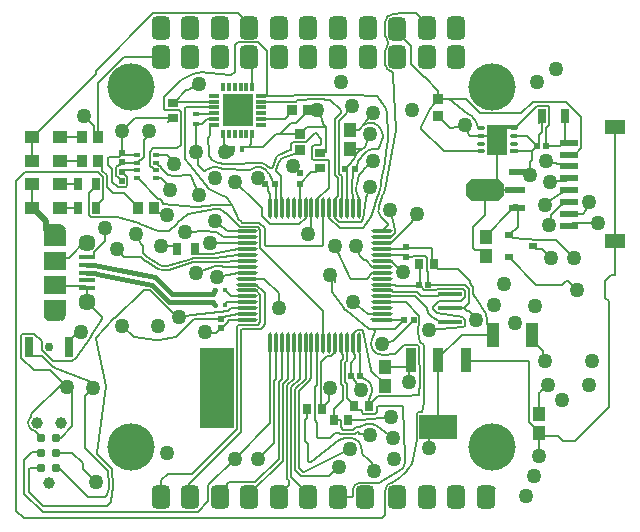
<source format=gbr>
%TF.GenerationSoftware,Altium Limited,Altium Designer,23.4.1 (23)*%
G04 Layer_Physical_Order=1*
G04 Layer_Color=255*
%FSLAX45Y45*%
%MOMM*%
%TF.SameCoordinates,8FC0B902-BD77-4088-8A25-808A508E6D72*%
%TF.FilePolarity,Positive*%
%TF.FileFunction,Copper,L1,Top,Signal*%
%TF.Part,Single*%
G01*
G75*
%TA.AperFunction,Conductor*%
%ADD10C,0.15000*%
%ADD11C,0.38100*%
%ADD12C,0.50000*%
%TA.AperFunction,SMDPad,CuDef*%
G04:AMPARAMS|DCode=13|XSize=0.31247mm|YSize=1.78828mm|CornerRadius=0.15624mm|HoleSize=0mm|Usage=FLASHONLY|Rotation=180.000|XOffset=0mm|YOffset=0mm|HoleType=Round|Shape=RoundedRectangle|*
%AMROUNDEDRECTD13*
21,1,0.31247,1.47581,0,0,180.0*
21,1,0.00000,1.78828,0,0,180.0*
1,1,0.31247,0.00000,0.73791*
1,1,0.31247,0.00000,0.73791*
1,1,0.31247,0.00000,-0.73791*
1,1,0.31247,0.00000,-0.73791*
%
%ADD13ROUNDEDRECTD13*%
G04:AMPARAMS|DCode=14|XSize=1.78828mm|YSize=0.31247mm|CornerRadius=0.15624mm|HoleSize=0mm|Usage=FLASHONLY|Rotation=180.000|XOffset=0mm|YOffset=0mm|HoleType=Round|Shape=RoundedRectangle|*
%AMROUNDEDRECTD14*
21,1,1.78828,0.00000,0,0,180.0*
21,1,1.47581,0.31247,0,0,180.0*
1,1,0.31247,-0.73791,0.00000*
1,1,0.31247,0.73791,0.00000*
1,1,0.31247,0.73791,0.00000*
1,1,0.31247,-0.73791,0.00000*
%
%ADD14ROUNDEDRECTD14*%
%ADD15R,1.78828X0.31247*%
%TA.AperFunction,BGAPad,CuDef*%
%ADD16C,0.78700*%
%TA.AperFunction,SMDPad,CuDef*%
%ADD17R,0.57247X0.56818*%
%ADD18R,0.80000X0.95000*%
%ADD19R,1.80000X0.60000*%
G04:AMPARAMS|DCode=20|XSize=1.9mm|YSize=3.2mm|CornerRadius=0mm|HoleSize=0mm|Usage=FLASHONLY|Rotation=270.000|XOffset=0mm|YOffset=0mm|HoleType=Round|Shape=Octagon|*
%AMOCTAGOND20*
4,1,8,1.60000,0.47500,1.60000,-0.47500,1.12500,-0.95000,-1.12500,-0.95000,-1.60000,-0.47500,-1.60000,0.47500,-1.12500,0.95000,1.12500,0.95000,1.60000,0.47500,0.0*
%
%ADD20OCTAGOND20*%

%ADD21R,1.40000X0.60000*%
%ADD22R,1.35000X0.40000*%
%ADD23R,1.90000X1.50000*%
%ADD24R,0.80000X1.70000*%
%ADD25R,1.55000X0.60000*%
%ADD26R,1.80000X1.20000*%
%ADD27R,0.70000X0.60000*%
%ADD28R,0.90000X2.10000*%
%ADD29R,3.20000X2.10000*%
%ADD30R,2.84000X6.80000*%
%ADD31R,1.01213X1.20840*%
%ADD32R,0.52000X0.52000*%
%ADD33R,0.52000X0.52000*%
%ADD34R,0.75000X1.00000*%
%ADD35R,1.10000X2.05000*%
%ADD36R,0.95000X0.80000*%
%ADD37R,0.85000X0.95000*%
%ADD38R,0.90000X1.05000*%
%ADD39R,0.45000X0.45000*%
%ADD40R,1.25000X1.10000*%
%ADD41R,0.50000X0.35000*%
%ADD42R,0.95000X0.85000*%
%ADD43R,0.35000X0.80000*%
%ADD44R,0.85000X0.35000*%
%ADD45R,2.60000X2.70000*%
%ADD46R,2.00000X0.40000*%
G04:AMPARAMS|DCode=47|XSize=0.73107mm|YSize=0.30247mm|CornerRadius=0.15124mm|HoleSize=0mm|Usage=FLASHONLY|Rotation=180.000|XOffset=0mm|YOffset=0mm|HoleType=Round|Shape=RoundedRectangle|*
%AMROUNDEDRECTD47*
21,1,0.73107,0.00000,0,0,180.0*
21,1,0.42859,0.30247,0,0,180.0*
1,1,0.30247,-0.21430,0.00000*
1,1,0.30247,0.21430,0.00000*
1,1,0.30247,0.21430,0.00000*
1,1,0.30247,-0.21430,0.00000*
%
%ADD47ROUNDEDRECTD47*%
%ADD48R,1.75000X2.50000*%
%ADD49R,0.91213X0.95872*%
%ADD50R,0.70000X1.30000*%
%ADD51R,0.50000X0.40000*%
%ADD52R,0.40000X0.50000*%
%ADD53R,0.73107X0.30247*%
%TA.AperFunction,ComponentPad*%
%ADD54C,0.99100*%
%ADD55C,1.45000*%
%ADD56C,0.75000*%
%TA.AperFunction,ViaPad*%
%ADD57C,4.00000*%
G04:AMPARAMS|DCode=58|XSize=1.524mm|YSize=2mm|CornerRadius=0.381mm|HoleSize=0mm|Usage=FLASHONLY|Rotation=0.000|XOffset=0mm|YOffset=0mm|HoleType=Round|Shape=RoundedRectangle|*
%AMROUNDEDRECTD58*
21,1,1.52400,1.23800,0,0,0.0*
21,1,0.76200,2.00000,0,0,0.0*
1,1,0.76200,0.38100,-0.61900*
1,1,0.76200,-0.38100,-0.61900*
1,1,0.76200,-0.38100,0.61900*
1,1,0.76200,0.38100,0.61900*
%
%ADD58ROUNDEDRECTD58*%
%ADD59C,1.27000*%
%ADD60C,0.50000*%
G36*
X549999Y1945001D02*
X359999D01*
Y1815001D01*
X549999D01*
Y1945001D01*
D02*
G37*
G36*
X500002Y1815001D02*
X409999D01*
Y1765001D01*
X500002Y1765003D01*
Y1815001D01*
D02*
G37*
G36*
X409996Y2535002D02*
X499999D01*
Y2585001D01*
X409996Y2584999D01*
Y2535002D01*
D02*
G37*
G36*
X359999Y2405001D02*
X549999D01*
Y2535001D01*
X359999D01*
Y2405001D01*
D02*
G37*
D10*
X1838530Y3105149D02*
G03*
X1836546Y3105611I-30776J-127745D01*
G01*
X1755070Y3198332D02*
G03*
X1756000Y3188691I96299J4418D01*
G01*
X4115301Y1775000D02*
G03*
X4100999Y1825526I-96400J0D01*
G01*
X2818378Y617654D02*
G03*
X2815927Y616476I40517J-87472D01*
G01*
X3051474Y646382D02*
G03*
X3064781Y631775I73526J53618D01*
G01*
X3049330Y685341D02*
G03*
X2951422Y776430I-96255J-5297D01*
G01*
X3183641Y876513D02*
G03*
X3093061Y890956I-58641J-76513D01*
G01*
X3415124Y565784D02*
G03*
X3421278Y604863I-90124J34216D01*
G01*
X1770657Y2262213D02*
G03*
X1778436Y2262790I-8417J166187D01*
G01*
X1334589Y2204565D02*
G03*
X1404548Y2194648I51222J109624D01*
G01*
X1777624Y2297904D02*
G03*
X1778332Y2297989I-15385J130496D01*
G01*
X1751657Y2297427D02*
G03*
X1777624Y2297904I10583J130973D01*
G01*
X1807939Y2301670D02*
G03*
X1806749Y2301526I19361J-165270D01*
G01*
X1838383Y2232160D02*
G03*
X1795735Y2227486I-11083J-95761D01*
G01*
X1755135Y2262152D02*
G03*
X1770657Y2262213I7105J166248D01*
G01*
X1835531Y2267542D02*
G03*
X1810863Y2266767I-8231J-131142D01*
G01*
X1943613Y3099618D02*
G03*
X1884088Y3094173I-18613J-124618D01*
G01*
X1855619Y3061082D02*
G03*
X1743757Y3049496I-47864J-83678D01*
G01*
X1732794Y2916791D02*
G03*
X1733588Y2915822I74960J60613D01*
G01*
X2262158Y3016189D02*
G03*
X2114071Y3049704I-87158J-41188D01*
G01*
X2252126Y3081384D02*
G03*
X2171117Y3106343I-77126J-106384D01*
G01*
X1784174Y2522272D02*
G03*
X1759916Y2524772I-21934J-93872D01*
G01*
X1651541Y2266497D02*
G03*
X1622426Y2262041I-146J-96400D01*
G01*
X1752458Y2332497D02*
G03*
X1779508Y2333559I9782J95903D01*
G01*
X1655511Y2266409D02*
G03*
X1651541Y2266497I-4116J-96312D01*
G01*
X1784174Y2522272D02*
G03*
X1792698Y2520704I21685J93929D01*
G01*
X1340922Y2240833D02*
G03*
X1406458Y2230704I44889J73355D01*
G01*
X1416247Y2197090D02*
G03*
X1416644Y2197204I-9500J33686D01*
G01*
X1647493Y2301439D02*
G03*
X1611915Y2295426I3902J-131342D01*
G01*
X1176881Y2589629D02*
G03*
X1165941Y2593580I-38155J-88528D01*
G01*
X1684434Y3870937D02*
G03*
X1645752Y3866856I-9434J-95937D01*
G01*
X2969406Y3680417D02*
G03*
X2965760Y3680459I-2938J-96355D01*
G01*
X2688440Y3645459D02*
G03*
X2668706Y3646194I-13440J-95459D01*
G01*
X2675426Y3681399D02*
G03*
X2672912Y3681384I-426J-131399D01*
G01*
X2965668Y3680458D02*
G03*
X2965760Y3680458I49J15001D01*
G01*
X2350663Y3175660D02*
G03*
X2321086Y3144736I18891J-47675D01*
G01*
X2404062Y3157447D02*
G03*
X2342180Y3098631I24425J-87661D01*
G01*
X3232835Y2837643D02*
G03*
X3246312Y2875721I-115661J62358D01*
G01*
X3144116Y3221631D02*
G03*
X3077448Y3188821I5944J-96217D01*
G01*
X3137168Y1614731D02*
G03*
X3234710Y1479090I87832J-39731D01*
G01*
X3195833Y2844270D02*
G03*
X3213175Y2908766I-78658J55730D01*
G01*
X3007254Y2926291D02*
G03*
X3005868Y2879213I92746J-26291D01*
G01*
X2968790Y2907053D02*
G03*
X2968853Y2891854I131211J-7053D01*
G01*
X3244168Y3104373D02*
G03*
X3245017Y3108726I-94167J20627D01*
G01*
X3013975Y3192450D02*
G03*
X2985739Y3138346I94259J-83613D01*
G01*
X3054313Y3222716D02*
G03*
X3024019Y3202558I53922J-113879D01*
G01*
X3214861Y3384900D02*
G03*
X3062223Y3423158I-89861J-34900D01*
G01*
D02*
G03*
X3049800Y3410316I62777J-73158D01*
G01*
X4014654Y3460429D02*
G03*
X3981857Y3502847I-89654J-35429D01*
G01*
X3919270Y1787548D02*
G03*
X3922501Y1782572I82431J49981D01*
G01*
X3538499Y1739678D02*
G03*
X3526335Y1662667I81005J-52261D01*
G01*
X3546007Y1241303D02*
G03*
X3546351Y1253084I-96007J8697D01*
G01*
X3581313Y1245202D02*
G03*
X3581367Y1252939I-131312J4798D01*
G01*
X3425576Y1134002D02*
G03*
X3427566Y1134036I-576J90998D01*
G01*
X3132223Y1149412D02*
G03*
X3073492Y1276437I-89552J35685D01*
G01*
X3163290Y2755894D02*
G03*
X3162174Y2752785I123096J-45970D01*
G01*
X2897395Y1875247D02*
G03*
X2915763Y1855913I78401J56092D01*
G01*
X3196101Y2743709D02*
G03*
X3219070Y2640920I90286J-33785D01*
G01*
X958508Y1794794D02*
G03*
X954296Y1790523I66494J-69796D01*
G01*
X3309443Y398573D02*
G03*
X3425410Y490529I-171720J335660D01*
G01*
X1905034Y2816350D02*
G03*
X1909027Y2815496I19966J83650D01*
G01*
X1878602Y2827590D02*
G03*
X1905034Y2816350I46398J72410D01*
G01*
X3385604Y2060146D02*
G03*
X3400743Y2059003I14396J89854D01*
G01*
X1826050Y2750996D02*
G03*
X1812083Y2750336I-1050J-125996D01*
G01*
X1885972Y2692554D02*
G03*
X1809458Y2714663I-60971J-67554D01*
G01*
X1313305Y1609755D02*
G03*
X1314772Y1609577I11695J90245D01*
G01*
X885147Y1212919D02*
G03*
X884992Y1219189I-19364J2660D01*
G01*
X1411837Y2195817D02*
G03*
X1411693Y2195776I4012J-14454D01*
G01*
X2971763Y846158D02*
G03*
X2971766Y846158I3J15000D01*
G01*
X2901309Y845437D02*
G03*
X2901312Y845437I1J15000D01*
G01*
X2970295Y846158D02*
G03*
X2902940Y845437I-31992J-157789D01*
G01*
X2966566Y811158D02*
G03*
X2907071Y810437I-28263J-122789D01*
G01*
X757598Y1630578D02*
G03*
X762143Y1637593I-74015J52941D01*
G01*
X1316401Y1609407D02*
G03*
X1336951Y1609788I8599J90593D01*
G01*
X1314773Y1609577D02*
G03*
X1316401Y1609407I10228J90423D01*
G01*
X3265969Y3527390D02*
G03*
X3248181Y3579088I-90969J-2390D01*
G01*
X3270847Y381478D02*
G03*
X3251299Y336901I41052J-44577D01*
G01*
X3304396Y397034D02*
G03*
X3270847Y381478I7503J-60134D01*
G01*
X943152Y348901D02*
G03*
X943221Y349215I-118152J26099D01*
G01*
X945635Y384521D02*
G03*
X945657Y384105I14988J602D01*
G01*
X945511Y385864D02*
G03*
X945476Y386247I-34876J-2948D01*
G01*
X944145Y353891D02*
G03*
X945657Y384105I-119145J21109D01*
G01*
X944145Y353891D02*
G03*
X943996Y352743I14790J-2503D01*
G01*
X1488946Y2592479D02*
G03*
X1485566Y2589259I61054J-67479D01*
G01*
X1484394Y2588111D02*
G03*
X1485566Y2589259I-63087J65582D01*
G01*
X1460895Y2998248D02*
G03*
X1465535Y2998198I3293J90940D01*
G01*
X249188Y956625D02*
G03*
X293381Y832125I49211J-52625D01*
G01*
X908996Y356543D02*
G03*
X910635Y382916I-83996J18457D01*
G01*
X3308834Y3874354D02*
G03*
X3308786Y3874402I-10607J-10606D01*
G01*
X3311894Y4363298D02*
G03*
X3251295Y4302699I0J-60599D01*
G01*
X3273575Y4108844D02*
G03*
X3251299Y4061902I38325J-46943D01*
G01*
X3313227Y3863731D02*
G03*
X3313227Y3863749I-15000J17D01*
G01*
X3273575Y4108844D02*
G03*
X3273553Y4131971I-9566J11554D01*
G01*
X3251295Y4178899D02*
G03*
X3273553Y4131971I60599J0D01*
G01*
X3251299Y3938102D02*
G03*
X3305329Y3877859I60600J0D01*
G01*
X3036898Y397501D02*
G03*
X2976298Y336901I0J-60600D01*
G01*
X1938790Y3170376D02*
X1951218Y3170376D01*
X1874469Y3055713D02*
X2097547Y3041291D01*
X1873037Y3055450D02*
X1874469Y3055713D01*
X2097547Y3041291D02*
X2103757Y3041291D01*
X1893548Y3195165D02*
X1938790Y3170376D01*
X1951218Y3170376D02*
X1960004Y3179163D01*
X1756000Y3188691D02*
X1759875Y3162812D01*
X1750003Y3311837D02*
X1755070Y3198332D01*
X1759875Y3162812D02*
X1763699Y3151127D01*
X1750003Y3311837D02*
Y3323747D01*
X1786927Y3127149D02*
X1814591Y3113372D01*
X1836546Y3105611D01*
X3992501Y2002638D02*
X3994114Y2001025D01*
X3981758Y2064054D02*
X3992501Y2053311D01*
X3977699Y2071509D02*
X3978629Y2067184D01*
X3981758Y2064054D01*
X3994114Y1995133D02*
Y2001025D01*
X3865003Y2209998D02*
X3967509Y2107491D01*
X3970639Y2104361D02*
X3971568Y2100036D01*
X3909321Y2037497D02*
X3914530Y2032288D01*
X3992501Y2002638D02*
Y2053311D01*
X3626890Y2074997D02*
X3921318D01*
X3971568Y2100036D02*
X3977699Y2071509D01*
X3967509Y2107491D02*
X3970639Y2104361D01*
X3921318Y2074997D02*
X3957501Y2038814D01*
X3697502Y2209998D02*
X3865003D01*
X3957501Y1916287D02*
Y2038814D01*
X3922501Y1965677D02*
Y2024317D01*
X3891821Y1934997D02*
X3922501Y1965677D01*
X3914530Y2032288D02*
X3922501Y2024317D01*
X3920607Y1879393D02*
X3957501Y1916287D01*
X4002338Y1975000D02*
X4010893Y1966446D01*
X4115301Y1744999D02*
Y1775000D01*
X4019680Y1957659D02*
X4100999Y1825526D01*
X4010893Y1966446D02*
X4019680Y1957659D01*
X4115301Y1744999D02*
X4160000Y1649999D01*
X4002338Y1975000D02*
Y1986908D01*
X3994114Y1995133D02*
X3994868Y1994379D01*
X4002338Y1986908D01*
X4018901Y1775000D02*
Y1788959D01*
X3958085Y1849775D02*
X4018901Y1788959D01*
X3916211Y1874997D02*
X3940385Y1850824D01*
X3944609D01*
X3945658Y1849775D01*
X3958085D01*
X2652504Y1204755D02*
X2674999Y1227250D01*
X2709999Y1419753D02*
X2759207Y1468961D01*
X2709999Y1030001D02*
Y1419753D01*
Y1030001D02*
X2715004Y1024996D01*
X2674999Y1227250D02*
Y1580875D01*
X2549038Y496357D02*
X2553432Y491964D01*
X2565858D02*
X2815927Y616476D01*
X2912966Y775771D02*
X2951422Y776430D01*
X2522502Y522894D02*
X2549038Y496357D01*
X2553432Y491964D02*
X2565858D01*
X3049329Y685341D02*
X3051473Y646382D01*
X2861825Y761000D02*
X2912966Y775771D01*
X2818378Y617654D02*
X2953075Y680044D01*
X2937500Y925000D02*
X3033866D01*
X3025364Y820488D02*
X3031500Y812817D01*
X3026281Y867506D02*
X3093061Y890955D01*
X3046293Y925000D02*
X3300000Y953600D01*
X3183641Y876513D02*
X3316322Y774824D01*
X3036479Y807838D02*
X3125000Y800000D01*
X2999326Y867506D02*
X3026281D01*
X3031500Y812817D02*
X3036479Y807838D01*
X3033866Y925000D02*
X3046293Y925000D01*
X3390827Y514231D02*
X3392607Y515352D01*
X3398190Y520935D02*
X3415124Y565784D01*
X3399614Y1041213D02*
X3421277Y604863D01*
X3390827Y1050000D02*
X3399614Y1041213D01*
X3392607Y515352D02*
X3398190Y520935D01*
X3134554Y515331D02*
X3155984Y493901D01*
X3618165Y693165D02*
Y783161D01*
X3700001Y864997D01*
X1858790Y2266082D02*
X1865437D01*
X1807939Y2301669D02*
X2007087Y2324999D01*
X1744935Y2209881D02*
X1795735Y2227486D01*
X1920801Y2159710D02*
X2007087Y2174996D01*
X1778436Y2262790D02*
X1780637Y2263006D01*
X1810863Y2266767D01*
X1900257Y2224999D02*
X2080878D01*
X1778332Y2297989D02*
X1806749Y2301525D01*
X1651395Y2170097D02*
X1744935Y2209881D01*
X1827300Y2136400D02*
X1920801Y2159710D01*
X1838383Y2232160D02*
X1900257Y2224999D01*
X1835531Y2267542D02*
X1858790Y2266082D01*
X1404548Y2194648D02*
X1411693Y2195776D01*
X2007087Y2324999D02*
X2080877D01*
X1551752Y3140687D02*
X1732794Y2916791D01*
X1869010Y3055450D02*
X1873037Y3055450D01*
X1865462Y3055451D02*
X1869010Y3055450D01*
X1368791Y2761209D02*
X1641094Y2734437D01*
X1752474Y2893077D02*
X1758611Y2886939D01*
X1641094Y2734437D02*
X1655186Y2734167D01*
X1981985Y2946218D02*
X2153557Y2771444D01*
X1727731Y3034696D02*
X1735704Y3042347D01*
X1758611Y2886939D02*
X1878602Y2827589D01*
X1655186Y2734167D02*
X1812083Y2750336D01*
X1551752Y3140687D02*
Y3417933D01*
X1735704Y3042347D02*
X1743757Y3049496D01*
X1599663Y3000000D02*
X1608450Y2991213D01*
X1838530Y3105149D02*
X1884088Y3094173D01*
X2153557Y2771444D02*
X2162305Y2762694D01*
X1587236Y3000000D02*
X1599663D01*
X1763699Y3151127D02*
X1786927Y3127149D01*
X1855619Y3061082D02*
X1865462Y3055451D01*
X1608450Y2991213D02*
X1669937Y2832598D01*
X1733588Y2915822D02*
X1752474Y2893077D01*
X2216510Y2943498D02*
X2253510Y2906498D01*
X2175000Y2975000D02*
X2216510Y2943498D01*
X2262158Y3016189D02*
X2296510Y2943498D01*
X2288660Y3063907D02*
X2295495Y3070741D01*
X2276233Y3063907D02*
X2288660D01*
X2103757Y3041291D02*
X2114071Y3049704D01*
X2296510Y2943498D02*
X2325002Y2915005D01*
X2252126Y3081384D02*
X2276233Y3063907D01*
X2295495Y3070741D02*
X2321086Y3144736D01*
X1943613Y3099618D02*
X2171117Y3106343D01*
X2162305Y2762694D02*
X2204543Y2720457D01*
X1721854Y3034695D02*
X1727731Y3034696D01*
X1715304Y3034695D02*
X1721854D01*
X1805858Y2616202D02*
X1905702Y2540917D01*
X1689080Y2302483D02*
X1751657Y2297427D01*
X1817003Y2517390D02*
X1881772Y2474996D01*
X1703577Y2337483D02*
X1752458Y2332497D01*
X1682644Y2302483D02*
X1689080Y2302483D01*
X1552407Y2519770D02*
X1759916Y2524772D01*
X1779508Y2333559D02*
X2007087Y2374996D01*
X1792698Y2520704D02*
X1817003Y2517390D01*
X1665906Y2337483D02*
X1703577D01*
X2007087Y2374996D02*
X2080878Y2374996D01*
X1914489Y2532130D02*
X1921620Y2524999D01*
X1762240Y2428400D02*
X1855740Y2428107D01*
X1784174Y2522272D02*
Y2522272D01*
X1647493Y2301439D02*
X1682644Y2302483D01*
X1855740Y2428107D02*
X2077769D01*
X1627503Y2383388D02*
X1665906Y2337483D01*
X1655511Y2266409D02*
X1755135Y2262152D01*
X1905702Y2540917D02*
X1914489Y2532130D01*
X1224782Y2270871D02*
X1328403Y2207460D01*
X1865437Y2266082D02*
X2007087Y2274996D01*
X1334490Y2204612D02*
X1334589Y2204565D01*
X1328403Y2207460D02*
X1334490Y2204612D01*
X1406458Y2230704D02*
X1611915Y2295426D01*
X1416644Y2197204D02*
X1622426Y2262041D01*
X1347496Y2977505D02*
X1425000Y2900000D01*
Y2875000D02*
Y2900000D01*
X1330003Y2679998D02*
X1380072D01*
X1398663Y2661407D01*
X1881772Y2474996D02*
X1883401D01*
X1460894Y2400000D02*
X1485908Y2374986D01*
X1350000Y2400000D02*
X1460894D01*
X1176881Y2589629D02*
X1326834Y2525000D01*
X1184887Y2415114D02*
X1190126Y2409874D01*
X1138726Y2501101D02*
X1184887Y2415114D01*
X1326834Y2525000D02*
X1418787D01*
X975003Y2649997D02*
X1165941Y2593580D01*
X755679Y2649997D02*
X975003D01*
X875000Y2440649D02*
Y2550000D01*
X785000Y2350649D02*
X875000Y2440649D01*
X1250000Y3345488D02*
Y3375000D01*
X1203945Y3299433D02*
X1250000Y3345488D01*
X1203945Y3157126D02*
Y3299433D01*
X1464254Y3095031D02*
Y3110746D01*
X1402500Y3172500D02*
X1464254Y3110746D01*
X1305005Y3172500D02*
X1402500D01*
X1661000Y3089000D02*
Y3189000D01*
X1650000Y3200000D02*
X1661000Y3189000D01*
X1650000Y3200000D02*
Y3434997D01*
X1604165Y3853614D02*
X1645752Y3866856D01*
X1571274Y3721496D02*
X1578146D01*
X1520658Y3804974D02*
X1604165Y3853614D01*
X1578146Y3721496D02*
X1675000Y3775000D01*
X1935428Y3846255D02*
X1946255D01*
X1684434Y3870937D02*
X1935428Y3846255D01*
X1375000Y3659316D02*
X1520658Y3804974D01*
X2271155Y3674999D02*
X2672912Y3681383D01*
X2506857Y3635605D02*
X2668706Y3646194D01*
X2785000Y3639999D02*
X2875000Y3549999D01*
X2717179Y3459482D02*
Y3473472D01*
X2496253Y3625001D02*
X2506857Y3635605D01*
X2675000Y3550000D02*
X2717179Y3473472D01*
X2250000Y3674999D02*
X2271155D01*
X2688440Y3645459D02*
X2785000Y3639999D01*
X2675426Y3681399D02*
X2965668Y3680458D01*
X2523170Y3020217D02*
X2525002D01*
X2468154Y3075233D02*
X2523170Y3020217D01*
X2448037Y3215463D02*
X2455002Y3222428D01*
X2485002Y3179999D02*
X2525002Y3215000D01*
X2446215Y3213641D02*
X2448037Y3215463D01*
X2325496Y3048812D02*
X2342179Y3098631D01*
X2404062Y3157447D02*
X2485002Y3179999D01*
X2350663Y3175660D02*
X2446215Y3213641D01*
X2324654Y3045450D02*
X2325496Y3048812D01*
X2600000Y2500000D02*
X2621430Y2521430D01*
Y2576737D02*
X2625002Y2580309D01*
X2621430Y2521430D02*
Y2576737D01*
X3075938Y3236236D02*
X3076849Y3237537D01*
X3191244Y2831656D02*
X3194006Y2839374D01*
X3210192Y2949266D02*
X3244167Y3104373D01*
X3086735Y2797569D02*
X3087910Y2806646D01*
X3025001Y2792911D02*
X3025001Y2719121D01*
X3017892Y3120619D02*
X3077448Y3188821D01*
X3137348Y1615126D02*
X3164000Y1673574D01*
X3187918Y3224336D02*
X3194538Y3230956D01*
X3076849Y3237537D02*
X3125000Y3350000D01*
X3036900Y2319117D02*
X3045687Y2310330D01*
X3226259Y2825444D02*
X3232835Y2837643D01*
X3194538Y3230956D02*
X3232360Y3328055D01*
X2785373Y2159510D02*
X2789103Y2163240D01*
X3069708Y3230005D02*
X3075938Y3236236D01*
X3246312Y2875721D02*
X3341533Y3382202D01*
X3221665Y2812661D02*
X3226259Y2825444D01*
X3163290Y2755894D02*
X3191244Y2831656D01*
X3078364Y3062798D02*
X3083570Y3068005D01*
X3087910Y2806646D02*
X3117174Y2900000D01*
X3008500Y3068496D02*
X3017892Y3120619D01*
X3083570Y3068005D02*
X3150060Y3125414D01*
X3054313Y3222716D02*
X3069708Y3230005D01*
X3210192Y2949266D02*
X3210192Y2941431D01*
X3005868Y2879213D02*
X3025001Y2792911D01*
X3313227Y3851305D02*
X3341533Y3382202D01*
X3054547Y3030295D02*
X3078364Y3062798D01*
X2947458Y2133755D02*
X2956213Y2125000D01*
X3137168Y1614731D02*
X3137348Y1615126D01*
X3001991Y2398274D02*
X3036900Y2319117D01*
X2825000Y2400000D02*
X2947458Y2133755D01*
X3144116Y3221630D02*
X3187918Y3224336D01*
X3194006Y2839374D02*
X3195833Y2844270D01*
X3045687Y2310330D02*
X3072951Y2283262D01*
X3210192Y2941431D02*
X3213175Y2908766D01*
X3007254Y2926291D02*
X3029395Y3004395D01*
X2974999Y3022568D02*
Y3034995D01*
X2974998Y2792911D02*
X2974999Y2719121D01*
X2968789Y2907053D02*
X2974999Y3022568D01*
X3063125Y2629539D02*
X3086735Y2797569D01*
X3029395Y3004395D02*
X3052497Y3027497D01*
X2968853Y2891854D02*
X2974998Y2792911D01*
X2941500Y3085316D02*
X2983085Y3134175D01*
X3013975Y3192450D02*
X3024019Y3202558D01*
X2983085Y3134175D02*
X2985739Y3138346D01*
X3062223Y3423158D02*
X3150068Y3525216D01*
X3245016Y3108726D02*
X3259653Y3194182D01*
X2950000Y3219810D02*
X3048562D01*
X3214861Y3384900D02*
X3232360Y3339843D01*
X3023973Y3380186D02*
X3032367Y3388581D01*
X3049800Y3410316D01*
X3232360Y3328055D02*
Y3339843D01*
X3176605Y3674100D02*
X3181791Y3668914D01*
X2909150Y3509150D02*
X2966469Y3584061D01*
X2861500Y3461500D02*
X2909150Y3509150D01*
X3181791Y3668914D02*
X3248181Y3579088D01*
X2969406Y3680416D02*
X3176605Y3674100D01*
X2950000Y3380186D02*
X3023973D01*
X2861500Y3014676D02*
Y3461500D01*
X2875000Y3524497D02*
Y3549999D01*
X2826500Y3475997D02*
X2875000Y3524497D01*
X3631894Y3559585D02*
X3661894Y3607237D01*
X4014653Y3460429D02*
X4014673Y3460380D01*
X3661894Y3607237D02*
X3700001Y3647673D01*
X4014673Y3460380D02*
X4039520Y3397504D01*
X3550000Y3412427D02*
X3631894Y3559585D01*
X3554393Y3395607D02*
X3747497Y3202503D01*
X3550000Y3400001D02*
Y3412427D01*
X3954793Y3522655D02*
X3981857Y3502847D01*
X3550000Y3400001D02*
X3554393Y3395607D01*
X3925000Y3425000D02*
X3958708Y3341293D01*
X3916213Y3416213D02*
X3925000Y3425000D01*
X3810363Y3404393D02*
X3916213Y3416213D01*
X3789351Y3647673D02*
X3954793Y3522655D01*
X3797937Y3404393D02*
X3810363D01*
X3958708Y3341293D02*
X3965126Y3334874D01*
X3967495Y3332505D01*
X4039520Y3397504D02*
X4060950D01*
X4581336Y2377500D02*
X4650000Y2308836D01*
Y2300000D02*
Y2308836D01*
X3922501Y1725678D02*
Y1782572D01*
X3904522Y1798266D02*
X3909321Y1797498D01*
Y1712497D02*
X3922501Y1725678D01*
X3909321Y1797498D02*
X3919270Y1787548D01*
X3690681Y1832497D02*
X3904522Y1798266D01*
X3308705Y2263123D02*
X3388048Y2183780D01*
X3397067D01*
X3539000Y1797455D02*
Y1809817D01*
X3545392Y1590926D02*
X3546929Y1589391D01*
X3654394Y1881210D02*
X3654394Y1868783D01*
X3654394Y1881210D02*
X3708181Y1934997D01*
X3526335Y1662667D02*
X3545392Y1590926D01*
X3654394Y1868783D02*
X3690681Y1832497D01*
X3619504Y1687417D02*
X3909321Y1712497D01*
X3538499Y1739678D02*
X3539000Y1797455D01*
X2777448Y456964D02*
X2850666Y530182D01*
X2858894D01*
X3574938Y1070734D02*
X3581313Y1245202D01*
X3533111Y1141283D02*
X3537329Y1145503D01*
X3537504Y1549318D02*
X3546351Y1253084D01*
X3574752Y1068700D02*
X3574938Y1070734D01*
X3537329Y1145503D02*
X3546007Y1241303D01*
X3546929Y1589391D02*
X3575000Y1561319D01*
X3450000Y1250000D02*
Y1380185D01*
X3575000Y1561319D02*
X3581367Y1252939D01*
X3524324Y1562498D02*
X3537504Y1549318D01*
X3187500Y1132496D02*
X3425576Y1134002D01*
X3528717Y1136890D02*
X3533111Y1141283D01*
X3427566Y1134036D02*
X3528717Y1136890D01*
X3112504Y1057500D02*
X3187500Y1132496D01*
X3112504Y1099929D02*
X3132223Y1149412D01*
X2978497Y1281497D02*
X3042671Y1185097D01*
X3058497Y1281497D02*
X3073492Y1276437D01*
X3112504Y1050000D02*
X3112504Y1090000D01*
X2959997Y1299997D02*
Y1414993D01*
Y1299997D02*
X2978497Y1281497D01*
X3112504Y1090000D02*
Y1099929D01*
X3039997Y1299997D02*
X3058497Y1281497D01*
X2876497Y1236003D02*
X2895001Y1217499D01*
Y1100491D02*
Y1217499D01*
X2812497Y1017986D02*
X2895001Y1100491D01*
X2774067Y1091559D02*
Y1188616D01*
X2781548Y1196097D01*
X3225000Y1575000D02*
X3318501Y1599679D01*
X3336995Y1493394D02*
X3406100Y1562498D01*
X3332602Y1489000D02*
X3336995Y1493394D01*
X3318501Y1599679D02*
X3458500Y1739678D01*
X3234710Y1479090D02*
X3332602Y1489000D01*
X3164000Y1673574D02*
Y1686000D01*
X3264205Y2597094D02*
X3272992Y2588307D01*
X3196101Y2743709D02*
X3221665Y2812661D01*
X3316037Y2616610D02*
X3331037Y2540505D01*
X3126261Y2648307D02*
X3162174Y2752785D01*
X3219069Y2640920D02*
X3264205Y2597094D01*
X2915763Y1855913D02*
X3111655Y1700000D01*
X3296831Y2424999D02*
X3468071Y2596238D01*
X3286386Y2709923D02*
X3316037Y2616610D01*
X2800000Y2011377D02*
X2897395Y1875247D01*
X3272992Y2575880D02*
Y2588307D01*
X2975796Y1931339D02*
X3100005Y1824995D01*
X3061554Y2550000D02*
X3126261Y2648307D01*
X2800000Y2011377D02*
Y2164189D01*
X3111655Y1700000D02*
X3150000D01*
X3100005Y1824995D02*
X3106218D01*
X3468071Y2596238D02*
X3521101Y2675438D01*
X2350000Y1880783D02*
Y2000000D01*
X2349907Y1880690D02*
X2350000Y1880783D01*
X1735447Y1664553D02*
X1819532D01*
X1725000Y1675000D02*
X1735447Y1664553D01*
X1819532D02*
X1890745Y1735766D01*
X958508Y1794794D02*
X1195622Y2020689D01*
X800308Y1624361D02*
X954296Y1790523D01*
X1119545Y1634864D02*
X1313305Y1609754D01*
X1195622Y2020689D02*
X1200001Y2025000D01*
X1025002Y1724998D02*
X1119545Y1634864D01*
X800307Y1622783D02*
X800308Y1624361D01*
X800307Y1616570D02*
Y1622783D01*
X651962Y1676964D02*
X672254D01*
X569999Y1595000D02*
X651962Y1676964D01*
X689285Y510716D02*
Y560715D01*
X600000Y650000D02*
X689285Y560715D01*
Y510716D02*
X800000Y400000D01*
X3134554Y515331D02*
Y566454D01*
X3101627Y599382D02*
X3134554Y566454D01*
X3304397Y397034D02*
X3309443Y398573D01*
X3438628Y511500D02*
X3477509Y553321D01*
X3517501Y759008D01*
Y979317D01*
X4550000Y626565D02*
Y819813D01*
X4776886Y2101886D02*
X4798115D01*
X4875000Y2025000D01*
X4544319Y2452500D02*
X4697500D01*
X4850000Y2300000D01*
X4600155Y2750748D02*
X4600748D01*
X4638602Y2577974D02*
X4654655Y2594027D01*
Y2663974D01*
X4600748Y2750748D02*
X4625000Y2775000D01*
X4654655Y2663974D02*
X4705002Y2714320D01*
X4735001Y2752500D02*
X4805002Y2775001D01*
X4705002Y2714320D02*
X4735001Y2752500D01*
X4470511Y3025008D02*
X4472234Y3023284D01*
X4610921Y3120018D02*
X4625939Y3105000D01*
X4472234Y3009386D02*
Y3023284D01*
X4494955Y3202503D02*
Y3209950D01*
X4625939Y3105000D02*
X4696921D01*
X4704422Y3097500D01*
X4475238Y3026288D02*
Y3112188D01*
X4472234Y3023284D02*
X4475238Y3026288D01*
Y3112188D02*
X4494955Y3131905D01*
Y3202503D01*
X4472234Y3009386D02*
X4475104Y3006517D01*
X4704422Y3097500D02*
X4782502D01*
X4364993Y3025008D02*
X4470511D01*
X4782502Y3097500D02*
X4805002Y3075000D01*
X4655018Y2952500D02*
X4782502D01*
X4648732Y2946214D02*
X4655018Y2952500D01*
X2625002Y2580309D02*
Y2719121D01*
X2716215Y2400000D02*
X2725002Y2408787D01*
Y2719121D01*
X2227792Y2408787D02*
Y2555287D01*
Y2408787D02*
X2236579Y2400000D01*
X2716215D01*
X2192792Y2382208D02*
Y2540790D01*
Y2382208D02*
X2725002Y1849999D01*
X1909027Y2815496D02*
X1913354Y2811169D01*
X2023972Y2563122D02*
X2170460D01*
X1885971Y2692554D02*
X1912714Y2668417D01*
X2000857Y2635734D02*
X2002558Y2634034D01*
X2000267Y2636363D02*
X2000857Y2635734D01*
X2002558Y2634034D02*
X2004431Y2632161D01*
X1913354Y2811169D02*
X1949977Y2752860D01*
X1964938Y2729038D02*
X2000267Y2636363D01*
X1949977Y2752860D02*
X1964938Y2729038D01*
X2004431Y2632161D02*
X2034076Y2602515D01*
X2038470Y2598122D02*
X2184957D01*
X2170460Y2563122D02*
X2192792Y2540790D01*
X1912714Y2668417D02*
X2023972Y2563122D01*
X2034076Y2602515D02*
X2038470Y2598122D01*
X2184957D02*
X2227792Y2555287D01*
X3331037Y2509207D02*
Y2540505D01*
X3269132Y2572018D02*
X3272992Y2575880D01*
X3308705Y2486875D02*
X3331037Y2509207D01*
X3268464Y2571350D02*
X3269132Y2572018D01*
X3219118Y2074997D02*
X3292909Y2074997D01*
X3385604Y2060146D01*
X3400743Y2059003D02*
X3516501D01*
X3106218Y1824995D02*
X3106218D01*
X2725000Y3431211D02*
Y3451661D01*
X2717179Y3459482D02*
X2725000Y3451661D01*
X4402273Y3527500D02*
X4499773Y3625000D01*
X4776819D02*
X4905002Y3496818D01*
X4499773Y3625000D02*
X4776819D01*
X2204543Y2720457D02*
X2208008Y2652853D01*
X2212078Y2648782D01*
X2272337Y2588523D01*
X1661000Y3089000D02*
X1715304Y3034695D01*
X1360003Y2769994D02*
X1364991Y2765004D01*
X1368791Y2761209D01*
X1488946Y2592479D02*
X1580038Y2674897D01*
X1826050Y2750996D02*
X1945424Y2750001D01*
X1580038Y2674897D02*
X1809458Y2714663D01*
X1894564Y1735766D02*
X1907745Y1748946D01*
Y1752766D02*
X1929976Y1774997D01*
X1483691Y1800000D02*
X1500000D01*
X809273Y653154D02*
X885147Y1212919D01*
X800307Y1616570D02*
X884853Y1219871D01*
X1500000Y1800000D02*
X1616197Y1819266D01*
X884853Y1219871D02*
X884992Y1219189D01*
X1616197Y1819266D02*
X1921821Y1855000D01*
X1941814Y1874992D01*
X1890745Y1735766D02*
X1894564D01*
X1929976Y1774997D02*
X2080878D01*
X809273Y640727D02*
X929173Y520826D01*
X1907745Y1748946D02*
Y1752766D01*
X1877745Y1802766D02*
X2007087Y1824995D01*
X1941814Y1874992D02*
X2080878D01*
X2007087Y1824995D02*
X2080878Y1824995D01*
X1859245Y1784266D02*
X1877745Y1802766D01*
X809273Y640727D02*
X809273Y653154D01*
X2222792Y2010286D02*
X2227792Y2005286D01*
X2222792Y1739709D02*
X2227792Y1744709D01*
X2030000Y830000D02*
Y1691213D01*
X2038787Y1700000D01*
X2222792Y1722792D02*
Y1739709D01*
X2038787Y1700000D02*
X2200000D01*
X2227792Y1744709D02*
Y2005286D01*
X2222792Y2010286D02*
Y2010790D01*
X2170460Y1736874D02*
X2192792Y1759206D01*
Y1990789D01*
X2200000Y1700000D02*
X2222792Y1722792D01*
X2080878Y2025000D02*
X2158581D01*
X2192792Y1990789D01*
X1995000Y856184D02*
Y1723087D01*
X2008787Y1736874D01*
X2170460D01*
X908787Y3158496D02*
X993500D01*
X900000Y3084921D02*
Y3149709D01*
X908787Y3158496D01*
X900000Y3084921D02*
X934999Y3049922D01*
Y2981671D02*
X939999Y2976671D01*
Y2946174D02*
Y2976671D01*
X934999Y2981671D02*
Y3049922D01*
X817497Y3124997D02*
X854998Y3087497D01*
Y3038819D02*
Y3087497D01*
X948127Y2851873D02*
X1038127D01*
X895002Y2904998D02*
Y2998815D01*
Y2904998D02*
X948127Y2851873D01*
X983183Y2902990D02*
X1053822D01*
X939999Y2946174D02*
X983183Y2902990D01*
X1145000Y3172500D02*
X1152500D01*
X1410003Y3452505D02*
X1442500Y3485002D01*
X854998Y3038819D02*
X895002Y2998815D01*
X860002Y2797498D02*
Y2984318D01*
X800002Y2737498D02*
X860002Y2797498D01*
X819319Y3025000D02*
X860002Y2984318D01*
X199927Y3025000D02*
X819319D01*
X2363510Y2808797D02*
X2375000Y2797307D01*
Y2719121D02*
Y2797307D01*
X2363510Y2808797D02*
Y2998371D01*
X1220144Y2270871D02*
X1224782D01*
X1411837Y2195817D02*
X1416247Y2197090D01*
X1041000Y2309000D02*
X1182015D01*
X1220144Y2270871D01*
X3065000Y1684996D02*
X3128450Y1351178D01*
X3132844Y1346785D01*
X3250004Y1229624D01*
X3056213Y1693784D02*
X3065000Y1684996D01*
X3010208Y1693784D02*
X3056213D01*
X2992476Y811158D02*
X3008766Y824455D01*
X2970295Y846158D02*
X2971763Y846158D01*
X2875000Y865534D02*
X2895097Y845437D01*
X2901309Y845437D01*
X2781823Y775000D02*
X2827429Y820606D01*
X3008766Y824455D02*
X3021193D01*
X2966566Y811158D02*
X2992476D01*
X2977979Y846158D02*
X2999326Y867506D01*
X2971766Y846158D02*
X2977979Y846158D01*
X2875000Y865534D02*
Y916213D01*
X2880600Y810437D02*
X2907071D01*
X2901312Y845437D02*
X2902940Y845437D01*
X2827429Y820606D02*
X2839856D01*
X3021193Y824455D02*
X3025364Y820488D01*
X2618640Y569392D02*
X2861825Y761000D01*
X2839856Y820606D02*
X2880600Y810437D01*
X2601819Y573783D02*
X2606213Y569392D01*
X2679394Y779393D02*
X2683787Y775000D01*
X2675000Y783787D02*
X2679393Y779394D01*
X2675000Y783787D02*
Y906820D01*
X2606213Y569392D02*
X2618640D01*
X2683787Y775000D02*
X2781823D01*
X2597426Y578177D02*
X2601819Y573783D01*
X2567929Y751923D02*
Y924749D01*
Y751923D02*
X2597426Y722426D01*
Y578177D02*
Y722426D01*
X3064781Y631775D02*
X3101627Y599382D01*
X262494Y1472500D02*
X343146D01*
X440144Y1425000D02*
X601819D01*
X339996Y1525148D02*
X440144Y1425000D01*
X601819D02*
X632499Y1455680D01*
X439288Y1376358D02*
X446360D01*
X343146Y1472500D02*
X439288Y1376358D01*
X446360D02*
X450753Y1371965D01*
X632499Y1455680D02*
X757598Y1630578D01*
X762143Y1637593D02*
X850000Y1787574D01*
Y1800000D01*
X725000Y1925000D02*
X850000Y1800000D01*
X725000Y1925000D02*
Y2045000D01*
X1200001Y2025000D02*
X1258691D01*
X1483691Y1800000D01*
X1551752Y3552070D02*
Y3566212D01*
X1520003Y3435682D02*
Y3534322D01*
X1516752Y3432431D02*
X1520003Y3435682D01*
X1551752Y3566212D02*
X1560539Y3574999D01*
X1501826Y3552499D02*
X1520003Y3534322D01*
X1560539Y3574999D02*
X1802499D01*
X1555003Y3421184D02*
Y3548819D01*
X1516752Y3259592D02*
Y3432431D01*
X1551752Y3417933D02*
X1555003Y3421184D01*
X1486213Y3229054D02*
X1516752Y3259592D01*
X1551752Y3552070D02*
X1555003Y3548819D01*
X2324654Y3043441D02*
Y3045450D01*
X2701215Y3252501D02*
X2710002Y3261288D01*
X2581822Y3285001D02*
X2651818Y3354997D01*
X2710002Y3261288D02*
Y3309239D01*
X2651818Y3354997D02*
X2664244D01*
X2530001Y3350001D02*
X2591214Y3411210D01*
X2664244Y3354997D02*
X2710002Y3309239D01*
X2643178Y3252501D02*
X2701215D01*
X2591214Y3411210D02*
X2745002D01*
X2725000Y3431211D02*
X2745002Y3411210D01*
X2197500Y3625001D02*
X2496253D01*
X2250000Y3674999D02*
Y4050000D01*
X2928500Y3068496D02*
X2941500Y3085316D01*
X2974999Y3034995D02*
X3008500Y3068496D01*
X2910000Y3049996D02*
X2928500Y3068496D01*
X3052497Y3027497D02*
X3054547Y3030295D01*
X2874999Y2797307D02*
X2885000Y2807309D01*
X2874999Y2719121D02*
Y2797307D01*
X2825001Y2796829D02*
X2850000Y2821827D01*
X2861500Y3014676D02*
X2885000Y2991176D01*
X2850000Y2821827D02*
Y2976679D01*
X2885000Y2807309D02*
Y2991176D01*
X2826500Y3000179D02*
X2850000Y2976679D01*
X2826500Y3000179D02*
Y3475997D01*
X2774999Y2641412D02*
X2866411Y2550000D01*
X3061554D01*
X3040792Y2607206D02*
X3063125Y2629539D01*
X2825001Y2641412D02*
X2859207Y2607206D01*
X3040792D01*
X3259653Y3194182D02*
X3271000Y3297464D01*
Y3350119D01*
X3265969Y3527390D02*
X3271000Y3350119D01*
X3690681Y2037497D02*
X3909321D01*
X3679671Y2026487D02*
X3690681Y2037497D01*
X3708181Y1934997D02*
X3891821D01*
X3602241Y1878510D02*
X3606628Y1874124D01*
X3615000Y1835503D01*
X3648588Y1801915D02*
X3707501Y1767498D01*
X3800001Y1754998D01*
X3615000Y1835503D02*
X3648588Y1801915D01*
X3505755Y1974997D02*
X3602241Y1878510D01*
X3520252Y2009997D02*
X3555249Y1975000D01*
X3720001Y1994997D02*
X3800001D01*
X3700004Y1975000D02*
X3720001Y1994997D01*
X3555249Y1975000D02*
X3700004D01*
X3566501Y2039673D02*
X3579687Y2026487D01*
X3679671D01*
X3311829Y2009997D02*
X3520252D01*
X3219123Y2025000D02*
X3296826D01*
X3311829Y2009997D01*
X3650000Y2265003D02*
X3665005Y2249998D01*
X3641213Y2381465D02*
X3650000Y2372678D01*
X3433533Y2381465D02*
X3641213D01*
X3650000Y2265003D02*
Y2372678D01*
X3602505Y2193178D02*
Y2301816D01*
X3584323Y2319998D02*
X3602505Y2301816D01*
Y2193178D02*
X3615685Y2179998D01*
X3039997Y1299997D02*
Y1490175D01*
X3025001Y1505171D02*
X3039997Y1490175D01*
X3025001Y1505171D02*
Y1580875D01*
X2911497Y1250500D02*
X2930001Y1231996D01*
X2886877Y1491294D02*
X2890001Y1488170D01*
X2987506Y1050000D02*
Y1057500D01*
X2876497Y1236003D02*
Y1430488D01*
X2930001Y1115004D02*
X2987506Y1057500D01*
X2930001Y1115004D02*
Y1231996D01*
X2911497Y1250500D02*
Y1415990D01*
X2876497Y1430488D02*
X2890001Y1443992D01*
X2925001Y1429494D02*
Y1580875D01*
X2911497Y1415990D02*
X2925001Y1429494D01*
X2890001Y1443992D02*
Y1488170D01*
X3546929Y1589391D02*
X3546929D01*
X3562142Y1000191D02*
X3574752Y1068700D01*
X3406100Y1562498D02*
X3524324D01*
X3517501Y979317D02*
X3530681Y992497D01*
X3434614Y499733D02*
Y507183D01*
X3438628Y511500D01*
X3304396Y397034D02*
X3304397Y397034D01*
X3036898Y397501D02*
X3196374D01*
X3425410Y490529D02*
X3434614Y499733D01*
X3554448Y992497D02*
X3562142Y1000191D01*
X3196374Y397501D02*
X3390827Y514231D01*
X3530681Y992497D02*
X3554448D01*
X2522502Y1177111D02*
X2609999Y1264609D01*
X2310000Y735000D02*
Y1261593D01*
X2175000Y600000D02*
X2310000Y735000D01*
X2374995Y1277091D02*
Y1580875D01*
X2382502Y582497D02*
Y1235101D01*
X2487502Y1191609D02*
X2574999Y1279106D01*
X2522502Y522894D02*
Y1177111D01*
X2609999Y1264609D02*
Y1271680D01*
X2099999Y299994D02*
X2382502Y582497D01*
X2150002Y399999D02*
X2347502Y597499D01*
X2417502Y1220603D02*
X2475000Y1278101D01*
X2417502Y431805D02*
X2430951Y418355D01*
X2425002Y1277601D02*
Y1580875D01*
X2475000Y1278101D02*
Y1580875D01*
X2538934Y456964D02*
X2777448D01*
X2347502Y597499D02*
Y1249598D01*
X2452502Y1206106D02*
X2525002Y1278606D01*
X2609999Y1271680D02*
X2625002Y1286683D01*
X2452502Y446302D02*
X2600003Y298801D01*
X2347502Y1249598D02*
X2374995Y1277091D01*
X2325002Y1276596D02*
Y1580875D01*
X2487502Y508396D02*
X2538934Y456964D01*
X2417502Y431805D02*
Y1220603D01*
X2310000Y1261593D02*
X2325002Y1276596D01*
X2567929Y924749D02*
X2585002Y941823D01*
X2452502Y446302D02*
Y1206106D01*
X2487502Y508396D02*
Y1191609D01*
X2430951Y379751D02*
Y418355D01*
X2382502Y1235101D02*
X2425002Y1277601D01*
X2525002Y1278606D02*
Y1580875D01*
X1588714Y388713D02*
X2030000Y830000D01*
X1588714Y346140D02*
Y388713D01*
X1613816Y475000D02*
X1995000Y856184D01*
X1558787Y316213D02*
X1588714Y346140D01*
X929352Y518696D02*
X935000Y513049D01*
Y500157D02*
Y513049D01*
X929173Y520826D02*
X929352Y518696D01*
X935000Y500157D02*
X945476Y386247D01*
X943221Y349215D02*
X943996Y352743D01*
X933867Y306285D02*
X933955Y307045D01*
X925606Y234393D02*
X933867Y306285D01*
X945511Y385864D02*
X945634Y384521D01*
X933955Y307045D02*
X943152Y348901D01*
X230000Y514213D02*
X238787Y523000D01*
X336500D01*
X230000Y320000D02*
Y514213D01*
X350000Y200000D02*
X891213D01*
X230000Y320000D02*
X350000Y200000D01*
X195000Y590051D02*
X258949Y654000D01*
X195000Y305000D02*
Y590051D01*
Y305000D02*
X350000Y150000D01*
X1660701D01*
X1751302Y240601D01*
X1418787Y2525000D02*
X1484394Y2588111D01*
X1292503Y2724998D02*
X1330003Y2679998D01*
X1474428Y1628000D02*
X1478822Y1632393D01*
X1630694Y1784266D01*
X1336951Y1609788D02*
X1474428Y1628000D01*
X784999Y1210000D02*
Y1240001D01*
X704394Y694158D02*
Y1129394D01*
X784999Y1210000D01*
X3423822Y1924995D02*
X3539000Y1809817D01*
X3916211Y1874997D02*
X3920607Y1879393D01*
X3516501Y2059003D02*
X3535001Y2074992D01*
X3539993Y2070000D01*
X3219123Y2274991D02*
X3292914Y2274991D01*
X3308705Y2263123D01*
X3539993Y2070000D02*
X3566501Y2043492D01*
X3106218Y1824995D02*
X3106219Y1824995D01*
X2789189Y2163326D02*
Y2164189D01*
X2789103Y2163240D02*
X2789189Y2163326D01*
X2956213Y2125000D02*
X3091418D01*
X3072951Y2283262D02*
X3083146D01*
X2007087Y2174996D02*
X2080878Y2174997D01*
X1883401Y2474996D02*
X2080878D01*
X1921620Y2524999D02*
X2080878D01*
X2077769Y2428107D02*
X2080878Y2424999D01*
X1190126Y2409874D02*
X1196430Y2403570D01*
X1946255Y3846255D02*
X1975000Y3875000D01*
X1564000Y3721496D02*
X1571274D01*
X1649997Y3434999D02*
X1650000Y3434997D01*
X1465535Y2998198D02*
X1587236Y3000000D01*
X1352505Y3060002D02*
X1408113Y3004394D01*
X1412506Y3000000D01*
X1460895Y2998248D01*
X3740437Y3461894D02*
X3797937Y3404393D01*
X4953570Y2703570D02*
Y2753570D01*
X4925000Y2675000D02*
X4953570Y2703570D01*
Y2753570D02*
X4975000Y2775000D01*
X4550002Y1147164D02*
X4550002Y1153377D01*
X3150000Y1700000D02*
X3164000Y1686000D01*
X4550002Y1153377D02*
X4558789Y1162164D01*
X4550002Y980186D02*
Y1147164D01*
X4558789Y1162164D02*
X4624842Y1225158D01*
X3184930Y1050000D02*
X3390827D01*
X2007087Y2274996D02*
X2080878Y2274996D01*
X4625000Y2775000D02*
X4735001Y2852500D01*
X4327500Y2472501D02*
X4544319Y2452500D01*
X4304999Y2495001D02*
X4327500Y2472501D01*
X5047501Y2597501D02*
X5050000Y2600000D01*
X4827501Y2597501D02*
X5047501D01*
X4550000Y819813D02*
X4550002Y819815D01*
X297136Y828370D02*
X348506Y777000D01*
X293381Y832125D02*
X297136Y828370D01*
X249188Y956625D02*
X250000Y957437D01*
Y975000D02*
X518710Y1243710D01*
X250000Y957437D02*
Y975000D01*
X257498Y3325002D02*
X264998D01*
X799648Y3859651D01*
Y3885350D01*
X1286797Y4372499D01*
X2001294D01*
X2099999Y4273794D01*
Y4249994D02*
Y4273794D01*
X2866213Y925000D02*
X2875000Y916213D01*
X2812497Y925000D02*
X2866213D01*
X258949Y654000D02*
X361500D01*
X2324654Y3037227D02*
Y3043441D01*
X2455002Y3222428D02*
Y3266819D01*
X4522499Y2377500D02*
X4581336D01*
X4750000Y2075000D02*
X4776886Y2101886D01*
X4529999Y2075000D02*
X4750000D01*
X975000Y2375000D02*
X1041000Y2309000D01*
X704394Y694158D02*
X900000Y498551D01*
X450753Y1371965D02*
X784999Y1240001D01*
X1960004Y3179163D02*
Y3230001D01*
X3615685Y2075676D02*
Y2179998D01*
X3615001Y2074992D02*
X3615685Y2075676D01*
X3475686Y2310001D02*
X3485683Y2319998D01*
X3584323D01*
X3424997Y2310001D02*
X3475686D01*
X3800001Y1874997D02*
X3916211D01*
X3219123Y2324994D02*
X3410005D01*
X3424997Y2310001D01*
X3930003Y1387505D02*
X3953750Y1411248D01*
X3967504Y1425001D01*
X3535001Y2074997D02*
X3544990D01*
X3545000Y2074987D02*
Y2240000D01*
X3566501Y2039673D02*
Y2043492D01*
X3409992Y2374996D02*
X3424997Y2390001D01*
X3219123Y2374996D02*
X3409992D01*
X3700001Y3500000D02*
X3738108Y3461894D01*
X3700001Y3500000D02*
Y3502330D01*
X3738108Y3461894D02*
X3740437D01*
X4060950Y3332505D02*
X4167498D01*
X3967495D02*
X4060950D01*
X891213Y200000D02*
X925606Y234393D01*
X895607Y295607D02*
X908996Y356543D01*
X900000Y498551D02*
X910635Y382916D01*
X875000Y275000D02*
X895607Y295607D01*
X3747497Y3202503D02*
X4060950D01*
X488500Y523000D02*
X736500Y275000D01*
X4112500Y2875005D02*
X4344993D01*
X4094996D02*
X4112500D01*
X1890002Y2025000D02*
X1940005Y1974997D01*
X2080878D01*
X1900000Y1924995D02*
X2080878D01*
X1890002Y1900001D02*
X1900000Y1909999D01*
Y1924995D01*
X1630694Y1784266D02*
X1859245D01*
X2360756Y3350001D02*
X2525002D01*
X2322502D02*
X2360756D01*
X2052504Y3242502D02*
X2215004D01*
X2040004Y3225002D02*
Y3230002D01*
X2215004Y3242502D02*
X2322502Y3350001D01*
X2040004Y3230002D02*
X2052504Y3242502D01*
X2629998Y3239321D02*
X2643178Y3252501D01*
X2629998Y3140681D02*
Y3239321D01*
Y3140681D02*
X2643178Y3127501D01*
X2766212D01*
X2473183Y3285001D02*
X2581822D01*
X2455002Y3266819D02*
X2473183Y3285001D01*
X2774999Y2896824D02*
Y3118714D01*
X2766212Y3127501D02*
X2774999Y3118714D01*
X2324654Y3037227D02*
X2363510Y2998371D01*
X2272337Y2588523D02*
X2522110D01*
X2574999Y2641412D01*
X2725002Y1580875D02*
Y1849999D01*
X3313226Y3863514D02*
X3313227Y3851305D01*
X1383787Y3552499D02*
X1501826D01*
X1375000Y3561285D02*
X1383787Y3552499D01*
X1375000Y3561285D02*
Y3659316D01*
X4579999Y3368746D02*
Y3499998D01*
X4553500Y3342247D02*
X4579999Y3368746D01*
X4553500Y3268496D02*
Y3342247D01*
X4535001Y3249996D02*
X4553500Y3268496D01*
X2225001Y2124999D02*
X2350000Y2000000D01*
X3106219Y1824995D02*
X3219123D01*
X3141410Y2224999D02*
X3219123D01*
X3083146Y2283262D02*
X3141410Y2224999D01*
X3141415Y2174997D02*
X3219123D01*
X3091418Y2125000D02*
X3141415Y2174997D01*
X2800000Y2164189D02*
Y2175000D01*
X2789189Y2164189D02*
X2800000D01*
X2080878Y2124999D02*
X2225001D01*
X3700001Y864997D02*
Y1434998D01*
X4805002Y2575001D02*
X4827501Y2597501D01*
X4805002Y2675000D02*
X4925000D01*
X4805002Y2675001D02*
X4805002Y2675000D01*
X2812497Y925000D02*
Y1017986D01*
X2652504Y929317D02*
X2675000Y906820D01*
X2652504Y929317D02*
Y1204755D01*
X4487508Y3202503D02*
X4494955Y3209950D01*
X4535001Y3249996D01*
X4339055Y3332505D02*
X4452491D01*
X4535001Y3249996D01*
X4360485Y3202503D02*
X4487508D01*
X4553500Y3443504D02*
X4566248Y3456251D01*
X4200000Y3317504D02*
Y3337503D01*
Y3300003D02*
Y3317504D01*
X4280000Y3417503D02*
X4365684D01*
X4535679Y3587498D02*
X4624319D01*
X4637499Y3574318D01*
X4615000Y3403179D02*
X4637499Y3425678D01*
X4200000Y3337503D02*
X4280000Y3417503D01*
X4365684D02*
X4535679Y3587498D01*
X4615000Y3249996D02*
Y3403179D01*
X4637499Y3425678D02*
Y3574318D01*
X4280000Y3397504D02*
X4339055D01*
X4200000Y3317504D02*
X4280000Y3397504D01*
X3789351Y3647673D02*
X3930050D01*
X3700001D02*
X3789351D01*
X4805002Y3175000D02*
X4852502D01*
X4905002Y3227500D01*
X4050223Y3527500D02*
X4402273D01*
X3930050Y3647673D02*
X4050223Y3527500D01*
X4905002Y3227500D02*
Y3496818D01*
X4307498Y2727503D02*
X4329997Y2750002D01*
X4100000Y2489997D02*
X4307498Y2697495D01*
Y2727503D01*
X4100000Y2480183D02*
Y2489997D01*
Y2319807D02*
Y2326893D01*
X3995000Y2387574D02*
X4012574Y2370000D01*
X4056894D01*
X4100000Y2326893D01*
X3995000Y2387574D02*
Y2560455D01*
X4094996Y2660452D02*
Y2875005D01*
X3995000Y2560455D02*
X4094996Y2660452D01*
X4732501Y3249996D02*
X4757505Y3275000D01*
X4615000Y3249996D02*
X4732501D01*
X4757505Y3275000D02*
X4792501D01*
X4300000Y2495001D02*
X4304999D01*
X4735001Y2852500D02*
X4805002Y2875000D01*
X3250004Y1380185D02*
X3450000D01*
Y1414994D01*
X3470004Y1434998D01*
X4499999Y2400000D02*
X4522499Y2377500D01*
X4300000Y2304999D02*
X4529999Y2075000D01*
X4490002Y1602499D02*
Y1649999D01*
Y1602499D02*
X4581501Y1511000D01*
Y1443499D02*
Y1511000D01*
Y1443499D02*
X4600000Y1425000D01*
X1234641Y2305871D02*
X1340922Y2240833D01*
X1233633Y2306879D02*
X1234641Y2305871D01*
X1196430Y2344082D02*
X1233633Y2306879D01*
X4167498Y3332505D02*
X4200000Y3300003D01*
Y2962505D02*
Y3300003D01*
X4112500Y2875005D02*
X4200000Y2962505D01*
X2825001Y2641412D02*
Y2796829D01*
X3308834Y3874354D02*
X3313226Y3869962D01*
X3251295Y4178899D02*
Y4302699D01*
X3352320Y4363298D02*
X3361521Y4372499D01*
X3313226Y3863514D02*
Y3863731D01*
X3251299Y3938102D02*
Y4061902D01*
X3361521Y4372499D02*
X3506795D01*
X3305329Y3877859D02*
X3308786Y3874402D01*
X3219123Y2524999D02*
X3268464Y2571350D01*
X3313226Y3863749D02*
Y3869962D01*
X3311894Y4363298D02*
X3352320D01*
X4782502Y2952500D02*
X4805002Y2975000D01*
X569999Y1550000D02*
Y1595000D01*
X2715004Y1024996D02*
Y1032496D01*
X2774067Y1091559D01*
X2874994Y1568992D02*
X2886877D01*
X2874994Y1580875D02*
X2874994Y1568992D01*
X2886877Y1491294D02*
Y1568992D01*
X167494Y1644320D02*
X180674Y1657500D01*
X273479Y1349695D02*
X412725D01*
X167494Y1455680D02*
Y1644320D01*
X229994Y1505000D02*
Y1550000D01*
X412725Y1349695D02*
X518710Y1243710D01*
X229994Y1505000D02*
X262494Y1472500D01*
X564181Y1210819D02*
X598650Y1176350D01*
X339996Y1525148D02*
Y1596818D01*
X556214Y1206206D02*
X559569D01*
X279314Y1657500D02*
X339996Y1596818D01*
X180674Y1657500D02*
X279314D01*
X518710Y1243710D02*
X556214Y1206206D01*
X167494Y1455680D02*
X273479Y1349695D01*
X469996Y2060000D02*
X718735D01*
X598650Y874156D02*
Y1176350D01*
X501494Y777000D02*
X598650Y874156D01*
X725000Y2304999D02*
X772500D01*
X785000Y2317499D01*
Y2350649D01*
X2124998Y3750000D02*
Y3975003D01*
X2099999Y4000002D02*
X2124998Y3975003D01*
X2000000Y4125000D02*
X2175000D01*
X2250000Y4050000D01*
X1975000Y3875000D02*
Y4100000D01*
X2000000Y4125000D01*
X3292914Y2474996D02*
X3308705Y2486875D01*
X3219123Y2474996D02*
X3292914Y2474996D01*
X5192500Y2155002D02*
Y3405001D01*
X5110001Y1964999D02*
X5142501Y1932500D01*
X4852501Y750001D02*
X5142501Y1040001D01*
Y1932500D01*
X5110001Y1964999D02*
Y2102505D01*
X5192499Y3405002D02*
X5192500Y3405001D01*
X2574999Y1279106D02*
Y1580875D01*
X2625002Y1286683D02*
Y1580875D01*
X2759207Y1468961D02*
X2790789D01*
X2825001Y1503174D01*
Y1580875D01*
X3150000Y1700000D02*
X3335002D01*
X2974999Y1580875D02*
Y1658579D01*
X3176143Y1028787D02*
Y1041213D01*
X3184930Y1050000D01*
X3176143Y1028787D02*
X3182504Y1022426D01*
X2974999Y1502689D02*
Y1580875D01*
X3250004Y1219809D02*
Y1229624D01*
X2974999Y1658579D02*
X3010208Y1693784D01*
X3335002Y1700000D02*
X3410000Y1774998D01*
X2821430Y2094982D02*
Y2153570D01*
X3129541Y1786871D02*
X3133454D01*
X2800000Y2175000D02*
X2821430Y2153570D01*
X3133454Y1786871D02*
X3145333Y1774992D01*
X3219123D01*
X3458500Y1743498D02*
X3489999Y1774998D01*
X3458500Y1739678D02*
Y1743498D01*
X3020006Y1014392D02*
X3041217D01*
X3182504Y997574D02*
Y1022426D01*
X3041217Y1014392D02*
X3050004Y1005605D01*
Y993180D02*
Y1005605D01*
Y993180D02*
X3063184Y980000D01*
X2987506Y1046892D02*
X3020006Y1014392D01*
X3063184Y980000D02*
X3164930D01*
X3182504Y997574D01*
X1196430Y2344082D02*
Y2403570D01*
X780002Y3362497D02*
X817502Y3324997D01*
X780002Y3362497D02*
Y3419998D01*
X700000Y3500000D02*
X780002Y3419998D01*
X1145000Y3107502D02*
X1152500D01*
X1177498Y3132500D01*
X1179319D01*
X1203945Y3157126D01*
X1135002Y3485002D02*
X1442500D01*
X1025000Y3189996D02*
Y3375000D01*
X1135002Y3485002D01*
X987002Y2982986D02*
X1018503Y2951490D01*
X969999Y2996169D02*
Y3066806D01*
Y2996169D02*
X983181Y2982986D01*
X969999Y3066806D02*
X994688Y3091495D01*
X983181Y2982986D02*
X987002D01*
X994688Y3091495D02*
X1006499D01*
X1025000Y3109996D01*
X1067003Y2916170D02*
Y2986810D01*
X1040822Y3012990D02*
X1067003Y2986810D01*
X993500Y3158496D02*
X1025000Y3189996D01*
X1038127Y2851873D02*
X1157502Y2732498D01*
X1018503Y3031490D02*
X1037002Y3012990D01*
X1053822Y2902990D02*
X1067003Y2916170D01*
X1037002Y3012990D02*
X1040822D01*
X1442500Y3485002D02*
X1450003D01*
X1754396Y3328141D02*
X1767503Y3341248D01*
X1750003Y3323747D02*
X1754396Y3328141D01*
X1287238Y3229054D02*
X1486213D01*
X1352505Y3060002D02*
Y3069323D01*
X1339324Y3082503D02*
X1352505Y3069323D01*
X1305005Y3107502D02*
X1312504D01*
X1322504Y3097502D01*
X1331291Y3082503D02*
X1339324D01*
X1322504Y3091290D02*
X1331291Y3082503D01*
X1322504Y3091290D02*
Y3097502D01*
X1272506Y3067502D02*
X1297505Y3042503D01*
X1270686Y3067502D02*
X1272506D01*
X1257504Y3080683D02*
X1270686Y3067502D01*
X1257504Y3080683D02*
Y3199320D01*
X817502Y3324997D02*
Y3782163D01*
X1035336Y3999997D01*
X1349998D01*
X3251299Y126299D02*
Y336901D01*
X3220000Y95000D02*
X3251299Y126299D01*
X188787Y95000D02*
X3220000D01*
X2850000Y275000D02*
X2967511D01*
X2976298Y283787D02*
Y336901D01*
X2967511Y275000D02*
X2971905Y279394D01*
X2971905Y279394D02*
X2976298Y283787D01*
X2350001Y275000D02*
Y298801D01*
X2430951Y379751D01*
X2585002Y941823D02*
Y1024996D01*
X125000Y158787D02*
Y2950073D01*
X199927Y3025000D01*
X249998Y3124997D02*
X257498D01*
X125000Y158787D02*
X188787Y95000D01*
X257498Y3124997D02*
Y3325002D01*
Y2724998D02*
Y2924998D01*
X570000Y2300000D02*
X720002Y2450002D01*
X488500Y777000D02*
X501494D01*
X736500Y275000D02*
X875000D01*
X488500Y650000D02*
X600000D01*
X3219123Y1974997D02*
X3505755D01*
X1751302Y240601D02*
Y376302D01*
X1975000Y600000D01*
X454998Y2074997D02*
X469996Y2060000D01*
X4100000Y275000D02*
Y282240D01*
X4166371Y348610D01*
X4176097D01*
X4177487Y350000D01*
X3850000Y275000D02*
Y298800D01*
X3219123Y2424999D02*
X3296831D01*
X2600003Y275000D02*
Y298801D01*
X2275000Y900000D02*
Y1580875D01*
X1975000Y600000D02*
X2275000Y900000D01*
X2080878Y2074997D02*
X2158585D01*
X2222792Y2010790D01*
X2197500Y3674999D02*
X2250000D01*
X1257504Y3199320D02*
X1287238Y3229054D01*
X1297505Y3042503D02*
X1305005D01*
X1467505Y3625001D02*
X1564000Y3721496D01*
X1305005Y2977505D02*
X1347496D01*
X1330009Y2799998D02*
X1346823D01*
X1360003Y2786818D01*
X1152503Y2977505D02*
X1330009Y2799998D01*
X1360003Y2769994D02*
Y2786818D01*
X2574999Y2641412D02*
Y2719115D01*
X1467505Y3625001D02*
X1802499D01*
X1460000D02*
X1467505D01*
X3599996Y4249999D02*
Y4279298D01*
X3506795Y4372499D02*
X3599996Y4279298D01*
X1558787Y316213D02*
X1600000Y275000D01*
X1407104Y475000D02*
X1613816D01*
X1350003Y275000D02*
Y417899D01*
X1407104Y475000D01*
X1914396Y389392D02*
X1925003Y399999D01*
X2150002D01*
X1850002Y275000D02*
Y315361D01*
X1914396Y379755D01*
Y389392D01*
X1157502Y2724998D02*
Y2732498D01*
X800002Y2724998D02*
Y2737498D01*
X3219123Y1924995D02*
X3423822D01*
X3424997Y2390001D02*
X3433533Y2381465D01*
X2325002Y2719115D02*
Y2915005D01*
X2275000Y2719115D02*
Y2842709D01*
X2253510Y2864200D02*
X2275000Y2842709D01*
X2253510Y2864200D02*
Y2906498D01*
X1649997Y3434999D02*
X1700000D01*
X2525002Y2719121D02*
Y2929778D01*
Y2929783D01*
X4369997Y2560000D02*
Y2750002D01*
X4329997D02*
X4369997D01*
X1649997Y3514999D02*
X1700000D01*
X2360756Y3350001D02*
X2455757Y3445002D01*
X2492505D01*
X2592500Y3544996D01*
Y3549995D01*
X1029516Y3042503D02*
X1145000D01*
X1018503Y3031490D02*
X1029516Y3042503D01*
X1704999Y3519998D02*
X1797500D01*
X1700000Y3514999D02*
X1704999Y3519998D01*
X1700000Y3434999D02*
X1740000Y3474999D01*
X1802499D01*
X4310002Y2500000D02*
X4369997Y2560000D01*
X4304999Y2495001D02*
X4310002Y2500000D01*
X3349994Y4216999D02*
Y4240799D01*
Y4216999D02*
X3468302Y4098696D01*
Y3945996D02*
Y4098696D01*
Y3945996D02*
X3582247Y3832052D01*
X3586057D01*
X3700001Y3718113D01*
Y3647673D02*
Y3718113D01*
X4245944Y3320943D02*
X4261285Y3336290D01*
X4550002Y819815D02*
Y829625D01*
X4466212Y913414D02*
X4550002Y829625D01*
X4466212Y913414D02*
Y1425001D01*
X3930003Y1387505D02*
Y1434998D01*
X3700001Y1450004D02*
X3900001Y1649999D01*
X4160000D01*
X5110001Y2102505D02*
X5162497Y2155002D01*
X5192500D01*
X4550002Y819815D02*
X4575001Y794811D01*
X4712689D01*
X450000Y2100001D02*
X479997Y2070003D01*
X450000Y2300000D02*
X570000D01*
X3665005Y2242500D02*
X3697502Y2209998D01*
X3665005Y2242500D02*
Y2249998D01*
X3535003D02*
X3545000Y2240000D01*
X2092506Y3242503D02*
X2115000Y3264997D01*
Y3340003D01*
X1884998Y3265002D02*
Y3339998D01*
X1907498Y3242503D02*
X1947508D01*
X1884998Y3265002D02*
X1907498Y3242503D01*
X1947508D02*
X1960004Y3230001D01*
X2115000Y3340003D02*
X2124998Y3350001D01*
X1874996D02*
X1884998Y3339998D01*
X1027494Y3107502D02*
X1145000D01*
X1025000Y3109996D02*
X1027494Y3107502D01*
X1042496Y3172500D02*
X1145000D01*
X1025000Y3189996D02*
X1042496Y3172500D01*
X800002Y2912501D02*
Y2924998D01*
X740002Y2852501D02*
X800002Y2912501D01*
X740002Y2665674D02*
Y2852501D01*
Y2665674D02*
X755679Y2649997D01*
X492499Y2924998D02*
X650005D01*
X492499Y3124997D02*
X682501D01*
X492499Y3325002D02*
X682501D01*
Y3324997D02*
Y3325002D01*
X817502Y3299998D02*
Y3307496D01*
X492499Y2724998D02*
X649999D01*
X3967504Y1425001D02*
X4466212D01*
X3219123Y1774992D02*
X3395008D01*
X3544990Y2074997D02*
X3545000Y2074987D01*
X4770001Y3297499D02*
X4792501Y3275000D01*
X4770001Y3297499D02*
Y3499998D01*
X1145000Y2977505D02*
X1152503D01*
X1797500Y3519998D02*
X1802499Y3525002D01*
X2099999Y275000D02*
Y299994D01*
X4712689Y794811D02*
X4757505Y750001D01*
X4852501D01*
X1450003Y3614999D02*
X1460000Y3625001D01*
X2745002Y3199998D02*
Y3411210D01*
X2525002Y3350001D02*
X2530001D01*
X2525002Y2929783D02*
X2525215D01*
X2622934Y3027497D01*
X2667496D01*
X2699998Y3059999D01*
X2674999Y2719121D02*
Y2796824D01*
X2774999Y2896824D01*
X2425002Y3517498D02*
X2457499Y3549995D01*
X2425002Y3499998D02*
Y3517498D01*
X2399999Y3474999D02*
X2425002Y3499998D01*
X2197500Y3474999D02*
X2399999D01*
X2774999Y2641412D02*
Y2719115D01*
X1777500Y3424997D02*
X1802499D01*
X1767503Y3414994D02*
X1777500Y3424997D01*
X1767503Y3341248D02*
Y3414994D01*
X2172501Y3674994D02*
X2172506Y3674999D01*
X2974999Y1502689D02*
X2995004Y1482684D01*
Y1449999D02*
Y1482684D01*
X2959997Y1414993D02*
X2995004Y1449999D01*
X2925001Y2719121D02*
Y3035000D01*
X2910000Y3049996D02*
X2925001Y3035000D01*
D11*
X780307Y2238286D02*
G03*
X773580Y2239043I-7604J-37334D01*
G01*
X868413Y2220340D02*
G03*
X868566Y2220310I7605J37334D01*
G01*
X725000Y2174997D02*
X725950Y2174047D01*
X773450Y2239046D02*
X773580Y2239043D01*
X725950Y2174047D02*
X796605D01*
X868701Y2220283D02*
X1304275Y2135050D01*
X780307Y2238286D02*
X868413Y2220340D01*
X796605Y2174047D02*
X806713Y2163940D01*
X868566Y2220310D02*
X868701Y2220283D01*
X725000Y2239996D02*
X773450Y2239046D01*
X806713Y2163940D02*
X1277973Y2071550D01*
X1304275Y2135050D02*
X1445075Y1994251D01*
X1460856Y1994250D01*
X1418773Y1930750D02*
X1789250D01*
X1277973Y2071550D02*
X1418773Y1930750D01*
X1460856Y1994250D02*
X1789250D01*
Y2004248D02*
X1810002Y2025000D01*
X1789250Y1994250D02*
Y2004248D01*
Y1920752D02*
X1810002Y1900001D01*
X1789250Y1920752D02*
Y1930750D01*
D12*
X512759Y1836500D02*
G03*
X477087Y1825002I-12760J-21498D01*
G01*
X522912D02*
G03*
X512759Y1836500I-22912J-10001D01*
G01*
D02*
G03*
X477087Y1825002I-12760J-21498D01*
G01*
X522912D02*
G03*
X512759Y1836500I-22912J-10001D01*
G01*
Y1793503D02*
G03*
X522912Y1825002I-12760J21498D01*
G01*
X474999Y1815001D02*
G03*
X512759Y1793503I25000J0D01*
G01*
D02*
G03*
X522912Y1825002I-12760J21498D01*
G01*
X474999Y1815001D02*
G03*
X512759Y1793503I25000J0D01*
G01*
X400910Y1791712D02*
G03*
X402286Y1791221I9090J23289D01*
G01*
X400910Y1791712D02*
G03*
X402286Y1791221I9090J23289D01*
G01*
X402287Y1791220D02*
G03*
X407712Y1790106I7712J23781D01*
G01*
X402287Y1791220D02*
G03*
X407712Y1790106I7712J23781D01*
G01*
X402287Y1791220D02*
G03*
X407712Y1790106I7712J23781D01*
G01*
X402287Y1791220D02*
G03*
X407712Y1790106I7712J23781D01*
G01*
X407720Y1790105D02*
G03*
X409998Y1790001I2279J24896D01*
G01*
X407720Y1790105D02*
G03*
X409998Y1790001I2279J24896D01*
G01*
X407720Y1790105D02*
G03*
X409998Y1790001I2279J24896D01*
G01*
X407720Y1790105D02*
G03*
X409998Y1790001I2279J24896D01*
G01*
X387087Y1804999D02*
G03*
X400904Y1791714I22912J10002D01*
G01*
X387087Y1804999D02*
G03*
X400904Y1791714I22912J10002D01*
G01*
X400910Y1791712D02*
G03*
X402286Y1791221I9090J23289D01*
G01*
X400910Y1791712D02*
G03*
X402286Y1791221I9090J23289D01*
G01*
X387087Y1804999D02*
G03*
X400904Y1791714I22912J10002D01*
G01*
X387087Y1804999D02*
G03*
X400904Y1791714I22912J10002D01*
G01*
X409998Y1790001D02*
G03*
X427450Y1797100I1J25000D01*
G01*
X409998Y1790001D02*
G03*
X427450Y1797100I1J25000D01*
G01*
X409998Y1790001D02*
G03*
X427450Y1797100I1J25000D01*
G01*
X409998Y1790001D02*
G03*
X427450Y1797100I1J25000D01*
G01*
X385106Y1812694D02*
G03*
X385107Y1812684I24893J2307D01*
G01*
X385104Y1812713D02*
G03*
X385106Y1812695I24895J2288D01*
G01*
Y1812694D02*
G03*
X385107Y1812684I24893J2307D01*
G01*
X385104Y1812713D02*
G03*
X385106Y1812695I24895J2288D01*
G01*
X385104Y1812713D02*
G03*
X385106Y1812695I24895J2288D01*
G01*
Y1812694D02*
G03*
X385107Y1812684I24893J2307D01*
G01*
X385106Y1812694D02*
G03*
X385107Y1812684I24893J2307D01*
G01*
X384999Y1814999D02*
G03*
X385037Y1813623I25000J2D01*
G01*
X384999Y1814999D02*
G03*
X385037Y1813623I25000J2D01*
G01*
X385038Y1813612D02*
G03*
X385104Y1812720I24961J1389D01*
G01*
X385037Y1813621D02*
G03*
X385038Y1813612I24962J1380D01*
G01*
X384999Y1814999D02*
G03*
X385037Y1813623I25000J2D01*
G01*
X384999Y1814999D02*
G03*
X385037Y1813623I25000J2D01*
G01*
X385038Y1813612D02*
G03*
X385104Y1812720I24961J1389D01*
G01*
X385037Y1813621D02*
G03*
X385038Y1813612I24962J1380D01*
G01*
X385104Y1812713D02*
G03*
X385106Y1812695I24895J2288D01*
G01*
X385038Y1813612D02*
G03*
X385104Y1812720I24961J1389D01*
G01*
X385037Y1813621D02*
G03*
X385038Y1813612I24962J1380D01*
G01*
D02*
G03*
X385104Y1812720I24961J1389D01*
G01*
X385037Y1813621D02*
G03*
X385038Y1813612I24962J1380D01*
G01*
X386159Y1807474D02*
G03*
X386711Y1805909I23840J7527D01*
G01*
X386159Y1807474D02*
G03*
X386711Y1805909I23840J7527D01*
G01*
X386159Y1807474D02*
G03*
X386711Y1805909I23840J7527D01*
G01*
X385737Y1808974D02*
G03*
X386157Y1807480I24263J6027D01*
G01*
X385737Y1808974D02*
G03*
X386157Y1807480I24263J6027D01*
G01*
X386712Y1805906D02*
G03*
X387087Y1804999I23287J9095D01*
G01*
X386712Y1805906D02*
G03*
X387087Y1804999I23287J9095D01*
G01*
X386712Y1805906D02*
G03*
X387087Y1804999I23287J9095D01*
G01*
X386159Y1807474D02*
G03*
X386711Y1805909I23840J7527D01*
G01*
X386712Y1805906D02*
G03*
X387087Y1804999I23287J9095D01*
G01*
X385737Y1808974D02*
G03*
X386157Y1807480I24263J6027D01*
G01*
X384999Y1815009D02*
G03*
X384999Y1815001I25000J-8D01*
G01*
X386816Y1824358D02*
G03*
X384999Y1815009I23183J-9357D01*
G01*
X385737Y1808974D02*
G03*
X386157Y1807480I24263J6027D01*
G01*
X384999Y1815009D02*
G03*
X384999Y1815001I25000J-8D01*
G01*
X386816Y1824358D02*
G03*
X384999Y1815009I23183J-9357D01*
G01*
X386818Y1824363D02*
G03*
X386817Y1824359I23181J-9362D01*
G01*
X386818Y1824363D02*
G03*
X386817Y1824359I23181J-9362D01*
G01*
X387087Y1825003D02*
G03*
X386820Y1824367I22912J-10002D01*
G01*
X387087Y1825003D02*
G03*
X386820Y1824367I22912J-10002D01*
G01*
X387087Y1825003D02*
G03*
X386820Y1824367I22912J-10002D01*
G01*
X387087Y1825003D02*
G03*
X386820Y1824367I22912J-10002D01*
G01*
X425156Y2515120D02*
G03*
X431664Y2522527I-15157J19881D01*
G01*
X425156Y2515120D02*
G03*
X431664Y2522527I-15157J19881D01*
G01*
X477087Y1825002D02*
G03*
X475719Y1820957I22912J-10001D01*
G01*
X477087Y1825002D02*
G03*
X475719Y1820957I22912J-10001D01*
G01*
X431664Y2522527D02*
G03*
X434418Y2529642I-21665J12474D01*
G01*
X431664Y2522527D02*
G03*
X434418Y2529642I-21665J12474D01*
G01*
X434418Y2529646D02*
G03*
X434910Y2532900I-24420J5356D01*
G01*
X434418Y2529646D02*
G03*
X434910Y2532900I-24420J5356D01*
G01*
Y2532901D02*
G03*
X434997Y2534683I-24912J2100D01*
G01*
Y2534684D02*
G03*
X434999Y2534866I-24998J318D01*
G01*
X434997Y2534684D02*
G03*
X434999Y2534866I-24998J318D01*
G01*
D02*
G03*
X434999Y2534902I-25000J135D01*
G01*
Y2534902D02*
G03*
X434999Y2534907I-25000J99D01*
G01*
Y2534866D02*
G03*
X434999Y2534902I-25000J135D01*
G01*
Y2534902D02*
G03*
X434999Y2534907I-25000J99D01*
G01*
Y2534907D02*
G03*
X434999Y2534912I-25000J94D01*
G01*
Y2534907D02*
G03*
X434999Y2534912I-25000J94D01*
G01*
D02*
G03*
X434999Y2534953I-25000J89D01*
G01*
X434999Y2534912D02*
G03*
X434999Y2534953I-25000J89D01*
G01*
X430011Y1800017D02*
G03*
X430024Y1800034I-20012J14984D01*
G01*
X430011Y1800017D02*
G03*
X430024Y1800034I-20012J14984D01*
G01*
X385107Y1812682D02*
G03*
X385729Y1809005I24892J2319D01*
G01*
X385107Y1812682D02*
G03*
X385729Y1809005I24892J2319D01*
G01*
X385107Y1812682D02*
G03*
X385729Y1809005I24892J2319D01*
G01*
X385107Y1812682D02*
G03*
X385729Y1809005I24892J2319D01*
G01*
X432907Y1825013D02*
G03*
X387088Y1825004I-22908J-10011D01*
G01*
X430025Y1800036D02*
G03*
X432912Y1825002I-20026J14966D01*
G01*
X432907Y1825013D02*
G03*
X387088Y1825004I-22908J-10011D01*
G01*
X432907Y1825013D02*
G03*
X387088Y1825004I-22908J-10011D01*
G01*
X432907Y1825013D02*
G03*
X387088Y1825004I-22908J-10011D01*
G01*
X430025Y1800036D02*
G03*
X432912Y1825002I-20026J14966D01*
G01*
X432911Y1825004D02*
G03*
X432908Y1825011I-22912J-10003D01*
G01*
X432911Y1825004D02*
G03*
X432908Y1825011I-22912J-10003D01*
G01*
X434999Y2534954D02*
G03*
X434999Y2534998I-25000J47D01*
G01*
Y2534954D02*
G03*
X434999Y2534998I-25000J47D01*
G01*
X398940Y2512580D02*
G03*
X400928Y2511705I11059J22421D01*
G01*
X398940Y2512580D02*
G03*
X400928Y2511705I11059J22421D01*
G01*
X388698Y2521915D02*
G03*
X398940Y2512580I21301J13087D01*
G01*
X384999Y2534998D02*
G03*
X388698Y2521915I25000J3D01*
G01*
X420934Y2512520D02*
G03*
X422473Y2513336I-10935J22482D01*
G01*
X400932Y2511704D02*
G03*
X420931Y2512518I9067J23298D01*
G01*
X384999Y2534998D02*
G03*
X388698Y2521915I25000J3D01*
G01*
D02*
G03*
X398940Y2512580I21301J13087D01*
G01*
X420934Y2512520D02*
G03*
X422473Y2513336I-10935J22482D01*
G01*
X422475Y2513337D02*
G03*
X425156Y2515120I-12476J21664D01*
G01*
X422475Y2513337D02*
G03*
X425156Y2515120I-12476J21664D01*
G01*
X385734Y1808984D02*
G03*
X385736Y1808978I24265J6017D01*
G01*
X385734Y1808984D02*
G03*
X385736Y1808978I24265J6017D01*
G01*
X400932Y2511704D02*
G03*
X420930Y2512517I9067J23298D01*
G01*
X434999Y2535000D02*
G03*
X384999Y2535001I-25000J1D01*
G01*
X385730Y1808999D02*
G03*
X385732Y1808995I24269J6002D01*
G01*
X385730Y1808999D02*
G03*
X385732Y1808995I24269J6002D01*
G01*
X427459Y1797109D02*
G03*
X427469Y1797118I-17460J17892D01*
G01*
X427459Y1797109D02*
G03*
X427469Y1797118I-17460J17892D01*
G01*
D02*
G03*
X427473Y1797122I-17470J17883D01*
G01*
X427469Y1797118D02*
G03*
X427473Y1797122I-17470J17883D01*
G01*
X427474Y1797123D02*
G03*
X428102Y1797759I-17475J17878D01*
G01*
X427474Y1797123D02*
G03*
X428102Y1797759I-17475J17878D01*
G01*
X428102Y1797759D02*
G03*
X428113Y1797771I-18103J17242D01*
G01*
X428102Y1797759D02*
G03*
X428113Y1797771I-18103J17242D01*
G01*
X427450Y1797100D02*
G03*
X427453Y1797103I-17451J17902D01*
G01*
X427450Y1797100D02*
G03*
X427453Y1797103I-17451J17902D01*
G01*
X474999Y2535000D02*
G03*
X499995Y2560001I25000J2D01*
G01*
X483248Y2553559D02*
G03*
X474999Y2535006I16751J-18558D01*
G01*
X483248Y2553559D02*
G03*
X474999Y2535006I16751J-18558D01*
G01*
X483252Y2553563D02*
G03*
X483248Y2553560I16747J-18562D01*
G01*
X483252Y2553563D02*
G03*
X483248Y2553560I16747J-18562D01*
G01*
X499994Y2560001D02*
G03*
X483252Y2553563I5J-25000D01*
G01*
X499994Y2560001D02*
G03*
X483252Y2553563I5J-25000D01*
G01*
X427456Y1797105D02*
G03*
X427459Y1797108I-17456J17896D01*
G01*
X427456Y1797105D02*
G03*
X427459Y1797108I-17456J17896D01*
G01*
X428118Y1797776D02*
G03*
X430009Y1800015I-18119J17225D01*
G01*
X428118Y1797776D02*
G03*
X430009Y1800015I-18119J17225D01*
G01*
X475719Y1820957D02*
G03*
X474999Y1815001I24280J-5956D01*
G01*
X474999Y2535006D02*
G03*
X474999Y2535001I25000J-5D01*
G01*
Y2535000D02*
G03*
X499996Y2560001I25000J2D01*
G01*
X257498Y2724998D02*
X264998D01*
X376034Y2613963D01*
Y2541053D02*
Y2613963D01*
D13*
X2925001Y1580875D02*
D03*
X2874994D02*
D03*
X2825001D02*
D03*
X2774999D02*
D03*
X2725002D02*
D03*
X2674999D02*
D03*
X2625002D02*
D03*
X2574999D02*
D03*
X2525002D02*
D03*
X2475000D02*
D03*
X2425002D02*
D03*
X2374995D02*
D03*
X2325002D02*
D03*
X2275000D02*
D03*
X2375000Y2719121D02*
D03*
X2425002D02*
D03*
X2475000D02*
D03*
X2525002D02*
D03*
X2574999Y2719115D02*
D03*
X2625002Y2719121D02*
D03*
X2674999D02*
D03*
X2725002D02*
D03*
X2774999Y2719115D02*
D03*
X2825001D02*
D03*
X3025001Y2719121D02*
D03*
X2275000Y2719115D02*
D03*
X3025001Y1580875D02*
D03*
X2874999Y2719121D02*
D03*
X2925001D02*
D03*
X2974999Y1580875D02*
D03*
X2325002Y2719115D02*
D03*
X2974999Y2719121D02*
D03*
D14*
X2080878Y1874992D02*
D03*
Y1924995D02*
D03*
Y1974997D02*
D03*
Y2025000D02*
D03*
Y2074997D02*
D03*
Y2124999D02*
D03*
Y2174997D02*
D03*
Y2224999D02*
D03*
Y2274996D02*
D03*
Y2324999D02*
D03*
Y2374996D02*
D03*
Y2424999D02*
D03*
Y2474996D02*
D03*
Y2524999D02*
D03*
X3219123D02*
D03*
Y2474996D02*
D03*
Y2424999D02*
D03*
Y2374996D02*
D03*
Y2274991D02*
D03*
Y2224999D02*
D03*
Y2174997D02*
D03*
Y2124999D02*
D03*
X3219118Y2074997D02*
D03*
X3219123Y2025000D02*
D03*
Y1974997D02*
D03*
Y1924995D02*
D03*
Y1874997D02*
D03*
Y1824995D02*
D03*
X2080878Y1774997D02*
D03*
Y1824995D02*
D03*
X3219123Y2324994D02*
D03*
D15*
Y1774992D02*
D03*
D16*
X336500Y777000D02*
D03*
X463500D02*
D03*
Y650000D02*
D03*
X336500Y523000D02*
D03*
X463500D02*
D03*
X336500Y650000D02*
D03*
D17*
X2525002Y2929783D02*
D03*
Y3020217D02*
D03*
D18*
X3665005Y2249998D02*
D03*
X3535003D02*
D03*
X2937500Y925000D02*
D03*
X2812497D02*
D03*
X2585002Y1024996D02*
D03*
X3112504Y1050000D02*
D03*
X2987506D02*
D03*
X2715004Y1024996D02*
D03*
D19*
X4344993Y2875005D02*
D03*
D20*
X4094996D02*
D03*
D21*
X4364993Y3025008D02*
D03*
Y2725008D02*
D03*
D22*
X725000Y2045000D02*
D03*
Y2109999D02*
D03*
Y2174997D02*
D03*
Y2239996D02*
D03*
Y2304999D02*
D03*
D23*
X454998Y2074997D02*
D03*
Y2274997D02*
D03*
D24*
X569999Y1550000D02*
D03*
X229994D02*
D03*
D25*
X4805002Y3275000D02*
D03*
Y3175000D02*
D03*
Y2575001D02*
D03*
Y2675001D02*
D03*
Y2775001D02*
D03*
Y2875000D02*
D03*
Y2975000D02*
D03*
Y3075000D02*
D03*
D26*
X5192499Y2444999D02*
D03*
Y3405002D02*
D03*
D27*
X4300000Y2495001D02*
D03*
Y2304999D02*
D03*
X4499999Y2400000D02*
D03*
D28*
X3930003Y1434998D02*
D03*
X3700001D02*
D03*
X3470004D02*
D03*
D29*
X3700001Y864997D02*
D03*
D30*
X1824998Y1200002D02*
D03*
D31*
X4550002Y980186D02*
D03*
Y819815D02*
D03*
X3250004Y1380185D02*
D03*
Y1219809D02*
D03*
X2950000Y3380186D02*
D03*
X4100000Y2319807D02*
D03*
X2950000Y3219810D02*
D03*
X4100000Y2480183D02*
D03*
D32*
X3424997Y2310001D02*
D03*
Y2390001D02*
D03*
X1018503Y3031490D02*
D03*
Y2951490D02*
D03*
X1859245Y1784266D02*
D03*
X1025000Y3109996D02*
D03*
X1859245Y1704266D02*
D03*
X1025000Y3189996D02*
D03*
D33*
X3489999Y1774998D02*
D03*
X3410000D02*
D03*
X4535001Y3249996D02*
D03*
X4615000D02*
D03*
X3615001Y2074992D02*
D03*
X2990000Y3049996D02*
D03*
X2315010Y2924997D02*
D03*
X2959997Y1299997D02*
D03*
X2235010Y2924997D02*
D03*
X2910000Y3049996D02*
D03*
X3039997Y1299997D02*
D03*
X3535001Y2074992D02*
D03*
D34*
X650005Y2924998D02*
D03*
X800002D02*
D03*
X1485908Y2374986D02*
D03*
X1635906D02*
D03*
X649999Y2724998D02*
D03*
X800002D02*
D03*
D35*
X4160000Y1649999D02*
D03*
X4490002D02*
D03*
D36*
X2699998Y3059999D02*
D03*
Y3190001D02*
D03*
X1450003Y3614999D02*
D03*
Y3485002D02*
D03*
D37*
X2592500Y3549995D02*
D03*
X2457499D02*
D03*
D38*
X682501Y3324997D02*
D03*
X817502D02*
D03*
X1157502Y2724998D02*
D03*
X1292503D02*
D03*
X682501Y3124997D02*
D03*
X817497D02*
D03*
D39*
X1810002Y1900001D02*
D03*
X1890002D02*
D03*
X1810002Y2025000D02*
D03*
X1890002D02*
D03*
D40*
X492499Y3124997D02*
D03*
X257498D02*
D03*
Y2724998D02*
D03*
Y3325002D02*
D03*
Y2924998D02*
D03*
X492499Y2724998D02*
D03*
Y2924998D02*
D03*
Y3325002D02*
D03*
D41*
X1305005Y3172500D02*
D03*
Y3107502D02*
D03*
Y3042503D02*
D03*
Y2977505D02*
D03*
X1145000D02*
D03*
Y3042503D02*
D03*
Y3107502D02*
D03*
Y3172500D02*
D03*
D42*
X2525002Y3215000D02*
D03*
Y3350001D02*
D03*
D43*
X2124998Y3750000D02*
D03*
X2075000D02*
D03*
X2024998D02*
D03*
X1974996D02*
D03*
X1924998D02*
D03*
X1874996D02*
D03*
Y3350001D02*
D03*
X1924998D02*
D03*
X1974996D02*
D03*
X2024998D02*
D03*
X2075000D02*
D03*
X2124998D02*
D03*
D44*
X1802499Y3674999D02*
D03*
Y3625001D02*
D03*
Y3574999D02*
D03*
Y3525002D02*
D03*
Y3474999D02*
D03*
Y3424997D02*
D03*
X2197500D02*
D03*
Y3474999D02*
D03*
Y3525002D02*
D03*
Y3574999D02*
D03*
Y3625001D02*
D03*
Y3674999D02*
D03*
D45*
X1999999Y3550000D02*
D03*
D46*
X3800001Y1874997D02*
D03*
Y1754998D02*
D03*
Y1994997D02*
D03*
D47*
X4060950Y3332505D02*
D03*
X4339055Y3397504D02*
D03*
X4060950Y3202503D02*
D03*
Y3267501D02*
D03*
Y3397504D02*
D03*
X4339055Y3332505D02*
D03*
Y3267501D02*
D03*
D48*
X4200000Y3300003D02*
D03*
D49*
X3700001Y3502330D02*
D03*
Y3647673D02*
D03*
D50*
X4770001Y3499998D02*
D03*
X4579999D02*
D03*
D51*
X1649997Y3514999D02*
D03*
Y3434999D02*
D03*
D52*
X1960004Y3225002D02*
D03*
X2040004D02*
D03*
D53*
X4339055Y3202503D02*
D03*
D54*
X400000Y396000D02*
D03*
X501600Y904000D02*
D03*
X298400D02*
D03*
D55*
X725000Y2424999D02*
D03*
Y1925000D02*
D03*
D56*
X399996Y1550000D02*
D03*
D57*
X1100001Y699998D02*
D03*
X4150003Y3750000D02*
D03*
Y699998D02*
D03*
X1100001Y3750000D02*
D03*
D58*
X3850000Y4250000D02*
D03*
X3849998Y4000002D02*
D03*
X3600001D02*
D03*
X3599996Y4249999D02*
D03*
X3349994Y4240799D02*
D03*
X3349999Y4000002D02*
D03*
X3100002D02*
D03*
X3099997Y4249994D02*
D03*
X2850000D02*
D03*
Y4000002D02*
D03*
X2599998D02*
D03*
Y4249994D02*
D03*
X2349996Y4249999D02*
D03*
X2099999Y4000002D02*
D03*
Y4249994D02*
D03*
X1849997Y4249999D02*
D03*
X1850002Y4000002D02*
D03*
X1600000D02*
D03*
Y4249994D02*
D03*
X1349998Y4249999D02*
D03*
Y3999997D02*
D03*
X4100000Y275000D02*
D03*
X3850000D02*
D03*
X3600000D02*
D03*
X3349999Y275000D02*
D03*
X3074998D02*
D03*
X2850000D02*
D03*
X2600003D02*
D03*
X2350001D02*
D03*
X1850002D02*
D03*
X1600000D02*
D03*
X1350003D02*
D03*
X2350001Y4000002D02*
D03*
X2099999Y275000D02*
D03*
D59*
X1893548Y3195165D02*
D03*
X4346102Y1749610D02*
D03*
X4175000Y1900000D02*
D03*
X4018901Y1775000D02*
D03*
X2953075Y680044D02*
D03*
X3125000Y800000D02*
D03*
X3316322Y774824D02*
D03*
X3324247Y598002D02*
D03*
X3155984Y493901D02*
D03*
X3618165Y693165D02*
D03*
X4256301Y2076352D02*
D03*
X1827300Y2136400D02*
D03*
X1981985Y2946218D02*
D03*
X1669937Y2832598D02*
D03*
X1807755Y2977404D02*
D03*
X2175000Y2975000D02*
D03*
X1762240Y2428400D02*
D03*
X1805858Y2616202D02*
D03*
X1651395Y2170097D02*
D03*
X1552407Y2519770D02*
D03*
X1425000Y2875000D02*
D03*
X1398663Y2661407D02*
D03*
X1350000Y2400000D02*
D03*
X1138726Y2501101D02*
D03*
X875000Y2550000D02*
D03*
X1250000Y3375000D02*
D03*
X1464254Y3095031D02*
D03*
X1650000Y3200000D02*
D03*
X1675000Y3775000D02*
D03*
X2675000Y3550000D02*
D03*
X2468154Y3075233D02*
D03*
X2600000Y2500000D02*
D03*
X3150060Y3125414D02*
D03*
X2785373Y2159510D02*
D03*
X3001991Y2398274D02*
D03*
X3117174Y2900000D02*
D03*
X2825000Y2400000D02*
D03*
X3125000Y3350000D02*
D03*
X3150068Y3525216D02*
D03*
X2966469Y3584061D02*
D03*
X3475000Y3550000D02*
D03*
X3925000Y3425000D02*
D03*
X4650000Y2300000D02*
D03*
X4521500Y1896428D02*
D03*
X3397067Y2183780D02*
D03*
X3619504Y1687417D02*
D03*
X2858894Y530182D02*
D03*
X3300000Y953600D02*
D03*
X3450000Y1250000D02*
D03*
X3042671Y1185097D02*
D03*
X2781548Y1196097D02*
D03*
X3225000Y1575000D02*
D03*
X3521101Y2675438D02*
D03*
X3286386Y2709923D02*
D03*
X2975796Y1931339D02*
D03*
X2349907Y1880690D02*
D03*
X1725000Y1675000D02*
D03*
X1325000Y1725000D02*
D03*
X1025002Y1724998D02*
D03*
X672254Y1676964D02*
D03*
X1400000Y650000D02*
D03*
X800000Y400000D02*
D03*
X4506705Y454941D02*
D03*
X4445295Y287069D02*
D03*
X4550000Y626565D02*
D03*
X4875000Y2025000D02*
D03*
X4850000Y2300000D02*
D03*
X4638602Y2577974D02*
D03*
X4600155Y2750748D02*
D03*
X5050000Y2600000D02*
D03*
X4610921Y3120018D02*
D03*
X4475104Y3006517D02*
D03*
X4648732Y2946214D02*
D03*
X4538693Y3788693D02*
D03*
X4693621Y3903451D02*
D03*
X2875000Y3791000D02*
D03*
X775000Y1200000D02*
D03*
X4975000Y2775000D02*
D03*
X4624842Y1225158D02*
D03*
X975000Y2375000D02*
D03*
X1500000Y1800000D02*
D03*
X4750000Y1100000D02*
D03*
X4975000Y1225000D02*
D03*
X5000000Y1425000D02*
D03*
X559569Y1206206D02*
D03*
X4600000Y1425000D02*
D03*
X700000Y3500000D02*
D03*
X1025000Y3375000D02*
D03*
X2175000Y600000D02*
D03*
X1975000D02*
D03*
D60*
X2099999Y3450000D02*
D03*
X1999999Y3550000D02*
D03*
Y3450000D02*
D03*
X1900000Y3550000D02*
D03*
Y3450000D02*
D03*
%TF.MD5,60448176096bad58009266d62c31c4dd*%
M02*

</source>
